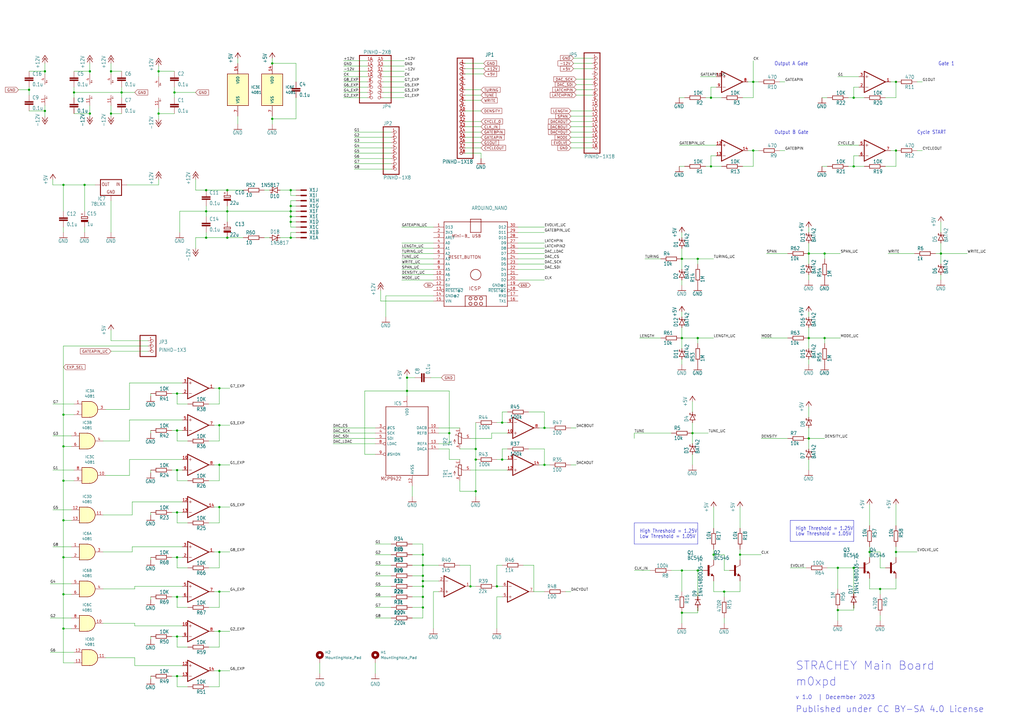
<source format=kicad_sch>
(kicad_sch (version 20230121) (generator eeschema)
  (paper "User" 492.049 349.707)
  (junction (at 30.48 214.63))
  (junction (at 99.06 114.3))
  (junction (at 76.2 54.61))
  (junction (at 410.21 46.99))
  (junction (at 402.59 293.37))
  (junction (at 30.48 285.75))
  (junction (at 85.09 267.97))
  (junction (at 342.9 266.7))
  (junction (at 452.12 121.92))
  (junction (at 35.56 44.45))
  (junction (at 341.63 80.01))
  (junction (at 417.83 265.43))
  (junction (at 76.2 34.29))
  (junction (at 85.09 325.12))
  (junction (at 139.7 91.44))
  (junction (at 347.98 284.48))
  (junction (at 261.62 223.52))
  (junction (at 203.2 271.78))
  (junction (at 130.81 57.15))
  (junction (at 139.7 114.3))
  (junction (at 105.41 284.48))
  (junction (at 30.48 302.26))
  (junction (at 410.21 273.05))
  (junction (at 195.58 187.96))
  (junction (at 40.64 88.9))
  (junction (at 139.7 99.06))
  (junction (at 203.2 287.02))
  (junction (at 228.6 236.22))
  (junction (at 139.7 106.68))
  (junction (at 85.09 226.06))
  (junction (at 105.41 265.43))
  (junction (at 241.3 220.98))
  (junction (at 105.41 303.53))
  (junction (at 422.91 283.21))
  (junction (at 327.66 294.64))
  (junction (at 53.34 34.29))
  (junction (at 355.6 266.7))
  (junction (at 58.42 44.45))
  (junction (at 361.95 39.37))
  (junction (at 396.24 121.92))
  (junction (at 226.06 281.94))
  (junction (at 85.09 189.23))
  (junction (at 228.6 215.9))
  (junction (at 30.48 250.19))
  (junction (at 396.24 162.56))
  (junction (at 430.53 39.37))
  (junction (at 109.22 101.6))
  (junction (at 43.18 54.61))
  (junction (at 43.18 34.29))
  (junction (at 13.97 43.18))
  (junction (at 327.66 124.46))
  (junction (at 21.59 34.29))
  (junction (at 130.81 30.48))
  (junction (at 99.06 101.6))
  (junction (at 99.06 91.44))
  (junction (at 361.95 72.39))
  (junction (at 85.09 287.02))
  (junction (at 402.59 273.05))
  (junction (at 85.09 207.01))
  (junction (at 261.62 205.74))
  (junction (at 430.53 265.43))
  (junction (at 139.7 104.14))
  (junction (at 410.21 80.01))
  (junction (at 105.41 322.58))
  (junction (at 215.9 208.28))
  (junction (at 203.2 266.7))
  (junction (at 203.2 276.86))
  (junction (at 241.3 203.2))
  (junction (at 139.7 101.6))
  (junction (at 30.48 199.39))
  (junction (at 85.09 306.07))
  (junction (at 327.66 274.32))
  (junction (at 105.41 186.69))
  (junction (at 335.28 274.32))
  (junction (at 195.58 181.61))
  (junction (at 203.2 281.94))
  (junction (at 341.63 46.99))
  (junction (at 430.53 72.39))
  (junction (at 105.41 243.84))
  (junction (at 238.76 281.94))
  (junction (at 30.48 88.9))
  (junction (at 388.62 162.56))
  (junction (at 109.22 91.44))
  (junction (at 85.09 246.38))
  (junction (at 228.6 220.98))
  (junction (at 21.59 53.34))
  (junction (at 327.66 162.56))
  (junction (at 335.28 124.46))
  (junction (at 53.34 54.61))
  (junction (at 388.62 121.92))
  (junction (at 30.48 267.97))
  (junction (at 335.28 162.56))
  (junction (at 332.74 208.28))
  (junction (at 109.22 114.3))
  (junction (at 203.2 279.4))
  (junction (at 203.2 292.1))
  (junction (at 105.41 223.52))
  (junction (at 30.48 231.14))
  (junction (at 105.41 204.47))
  (junction (at 388.62 210.82))
  (junction (at 83.82 44.45))
  (wire (pts (xy 275.59 27.94) (xy 284.48 27.94)))
  (wire (pts (xy 21.59 34.29) (xy 21.59 35.56)))
  (wire (pts (xy 71.12 163.83) (xy 53.34 163.83)))
  (wire (pts (xy 25.4 226.06) (xy 35.56 226.06)))
  (wire (pts (xy 388.62 210.82) (xy 396.24 210.82)))
  (wire (pts (xy 63.5 241.3) (xy 87.63 241.3)))
  (wire (pts (xy 203.2 261.62) (xy 198.12 261.62)))
  (wire (pts (xy 21.59 53.34) (xy 21.59 55.88)))
  (wire (pts (xy 109.22 101.6) (xy 109.22 106.68)))
  (wire (pts (xy 238.76 302.26) (xy 238.76 287.02)))
  (wire (pts (xy 377.19 72.39) (xy 374.65 72.39)))
  (wire (pts (xy 417.83 278.13) (xy 417.83 283.21)))
  (wire (pts (xy 226.06 226.06) (xy 243.84 226.06)))
  (wire (pts (xy 276.86 205.74) (xy 274.32 205.74)))
  (wire (pts (xy 182.88 144.78) (xy 182.88 139.7)))
  (wire (pts (xy 396.24 121.92) (xy 403.86 121.92)))
  (wire (pts (xy 328.93 80.01) (xy 326.39 80.01)))
  (wire (pts (xy 440.69 72.39) (xy 443.23 72.39)))
  (wire (pts (xy 53.34 54.61) (xy 53.34 50.8)))
  (wire (pts (xy 210.82 279.4) (xy 203.2 279.4)))
  (wire (pts (xy 361.95 72.39) (xy 364.49 72.39)))
  (wire (pts (xy 361.95 46.99) (xy 361.95 39.37)))
  (wire (pts (xy 105.41 265.43) (xy 102.87 265.43)))
  (wire (pts (xy 452.12 121.92) (xy 452.12 127)))
  (wire (pts (xy 127 114.3) (xy 129.54 114.3)))
  (wire (pts (xy 40.64 88.9) (xy 30.48 88.9)))
  (wire (pts (xy 335.28 127) (xy 335.28 124.46)))
  (wire (pts (xy 342.9 266.7) (xy 342.9 264.16)))
  (wire (pts (xy 342.9 279.4) (xy 342.9 284.48)))
  (wire (pts (xy 377.19 39.37) (xy 374.65 39.37)))
  (wire (pts (xy 317.5 162.56) (xy 307.34 162.56)))
  (wire (pts (xy 62.23 196.85) (xy 62.23 184.15)))
  (wire (pts (xy 139.7 106.68) (xy 139.7 109.22)))
  (wire (pts (xy 388.62 215.9) (xy 388.62 210.82)))
  (wire (pts (xy 208.28 129.54) (xy 193.04 129.54)))
  (wire (pts (xy 261.62 223.52) (xy 259.08 223.52)))
  (wire (pts (xy 85.09 246.38) (xy 87.63 246.38)))
  (wire (pts (xy 165.1 31.75) (xy 176.53 31.75)))
  (wire (pts (xy 223.52 58.42) (xy 231.14 58.42)))
  (wire (pts (xy 165.1 46.99) (xy 176.53 46.99)))
  (wire (pts (xy 452.12 132.08) (xy 452.12 134.62)))
  (wire (pts (xy 238.76 287.02) (xy 241.3 287.02)))
  (wire (pts (xy 109.22 91.44) (xy 99.06 91.44)))
  (wire (pts (xy 64.77 300.99) (xy 87.63 300.99)))
  (wire (pts (xy 76.2 88.9) (xy 76.2 86.36)))
  (wire (pts (xy 76.2 54.61) (xy 76.2 57.15)))
  (wire (pts (xy 412.75 74.93) (xy 410.21 74.93)))
  (wire (pts (xy 410.21 80.01) (xy 407.67 80.01)))
  (wire (pts (xy 30.48 267.97) (xy 30.48 285.75)))
  (wire (pts (xy 40.64 101.6) (xy 40.64 88.9)))
  (wire (pts (xy 153.67 318.77) (xy 153.67 323.85)))
  (wire (pts (xy 87.63 207.01) (xy 85.09 207.01)))
  (wire (pts (xy 105.41 243.84) (xy 110.49 243.84)))
  (wire (pts (xy 215.9 187.96) (xy 195.58 187.96)))
  (wire (pts (xy 85.09 287.02) (xy 82.55 287.02)))
  (wire (pts (xy 322.58 208.28) (xy 304.8 208.28)))
  (wire (pts (xy 25.4 245.11) (xy 34.29 245.11)))
  (wire (pts (xy 327.66 137.16) (xy 327.66 134.62)))
  (wire (pts (xy 410.21 293.37) (xy 410.21 290.83)))
  (wire (pts (xy 187.96 281.94) (xy 180.34 281.94)))
  (wire (pts (xy 50.8 196.85) (xy 62.23 196.85)))
  (wire (pts (xy 248.92 127) (xy 261.62 127)))
  (wire (pts (xy 208.28 132.08) (xy 193.04 132.08)))
  (wire (pts (xy 430.53 265.43) (xy 430.53 262.89)))
  (wire (pts (xy 142.24 96.52) (xy 139.7 96.52)))
  (wire (pts (xy 85.09 306.07) (xy 87.63 306.07)))
  (wire (pts (xy 62.23 184.15) (xy 87.63 184.15)))
  (wire (pts (xy 99.06 99.06) (xy 99.06 101.6)))
  (wire (pts (xy 134.62 114.3) (xy 139.7 114.3)))
  (wire (pts (xy 142.24 91.44) (xy 139.7 91.44)))
  (wire (pts (xy 243.84 203.2) (xy 241.3 203.2)))
  (wire (pts (xy 87.63 287.02) (xy 85.09 287.02)))
  (wire (pts (xy 62.23 201.93) (xy 87.63 201.93)))
  (wire (pts (xy 187.96 66.04) (xy 170.18 66.04)))
  (wire (pts (xy 53.34 158.75) (xy 53.34 163.83)))
  (wire (pts (xy 231.14 73.66) (xy 231.14 76.2)))
  (wire (pts (xy 90.17 212.09) (xy 85.09 212.09)))
  (wire (pts (xy 21.59 50.8) (xy 21.59 53.34)))
  (wire (pts (xy 203.2 271.78) (xy 198.12 271.78)))
  (wire (pts (xy 402.59 298.45) (xy 402.59 293.37)))
  (wire (pts (xy 142.24 101.6) (xy 139.7 101.6)))
  (wire (pts (xy 142.24 111.76) (xy 139.7 111.76)))
  (wire (pts (xy 210.82 213.36) (xy 215.9 213.36)))
  (wire (pts (xy 187.96 276.86) (xy 180.34 276.86)))
  (wire (pts (xy 116.84 114.3) (xy 109.22 114.3)))
  (wire (pts (xy 30.48 285.75) (xy 34.29 285.75)))
  (wire (pts (xy 284.48 55.88) (xy 274.32 55.88)))
  (wire (pts (xy 203.2 276.86) (xy 203.2 271.78)))
  (wire (pts (xy 85.09 246.38) (xy 82.55 246.38)))
  (wire (pts (xy 223.52 63.5) (xy 231.14 63.5)))
  (wire (pts (xy 35.56 44.45) (xy 58.42 44.45)))
  (wire (pts (xy 355.6 269.24) (xy 355.6 266.7)))
  (wire (pts (xy 130.81 57.15) (xy 142.24 57.15)))
  (wire (pts (xy 344.17 74.93) (xy 341.63 74.93)))
  (wire (pts (xy 165.1 34.29) (xy 176.53 34.29)))
  (wire (pts (xy 187.96 271.78) (xy 180.34 271.78)))
  (wire (pts (xy 396.24 165.1) (xy 396.24 162.56)))
  (wire (pts (xy 109.22 114.3) (xy 99.06 114.3)))
  (wire (pts (xy 184.15 39.37) (xy 194.31 39.37)))
  (wire (pts (xy 139.7 96.52) (xy 139.7 99.06)))
  (wire (pts (xy 187.96 287.02) (xy 180.34 287.02)))
  (wire (pts (xy 341.63 74.93) (xy 341.63 80.01)))
  (wire (pts (xy 254 198.12) (xy 261.62 198.12)))
  (wire (pts (xy 452.12 121.92) (xy 464.82 121.92)))
  (wire (pts (xy 35.56 41.91) (xy 35.56 44.45)))
  (wire (pts (xy 203.2 281.94) (xy 203.2 279.4)))
  (wire (pts (xy 274.32 284.48) (xy 271.78 284.48)))
  (wire (pts (xy 256.54 271.78) (xy 251.46 271.78)))
  (wire (pts (xy 30.48 166.37) (xy 71.12 166.37)))
  (wire (pts (xy 210.82 284.48) (xy 208.28 284.48)))
  (wire (pts (xy 226.06 281.94) (xy 226.06 271.78)))
  (wire (pts (xy 361.95 72.39) (xy 359.41 72.39)))
  (wire (pts (xy 335.28 165.1) (xy 335.28 162.56)))
  (wire (pts (xy 361.95 39.37) (xy 361.95 29.21)))
  (wire (pts (xy 142.24 93.98) (xy 139.7 93.98)))
  (wire (pts (xy 220.98 236.22) (xy 228.6 236.22)))
  (wire (pts (xy 93.98 91.44) (xy 93.98 86.36)))
  (wire (pts (xy 72.39 287.02) (xy 72.39 288.29)))
  (wire (pts (xy 105.41 322.58) (xy 110.49 322.58)))
  (wire (pts (xy 35.56 54.61) (xy 43.18 54.61)))
  (wire (pts (xy 105.41 303.53) (xy 102.87 303.53)))
  (wire (pts (xy 284.48 38.1) (xy 276.86 38.1)))
  (wire (pts (xy 284.48 63.5) (xy 274.32 63.5)))
  (wire (pts (xy 379.73 273.05) (xy 387.35 273.05)))
  (wire (pts (xy 417.83 267.97) (xy 417.83 265.43)))
  (wire (pts (xy 72.39 189.23) (xy 72.39 190.5)))
  (wire (pts (xy 139.7 114.3) (xy 142.24 114.3)))
  (wire (pts (xy 344.17 69.85) (xy 326.39 69.85)))
  (wire (pts (xy 34.29 297.18) (xy 24.13 297.18)))
  (wire (pts (xy 402.59 293.37) (xy 410.21 293.37)))
  (wire (pts (xy 72.39 267.97) (xy 72.39 269.24)))
  (wire (pts (xy 223.52 35.56) (xy 232.41 35.56)))
  (wire (pts (xy 248.92 119.38) (xy 261.62 119.38)))
  (wire (pts (xy 342.9 269.24) (xy 342.9 266.7)))
  (wire (pts (xy 208.28 284.48) (xy 208.28 302.26)))
  (wire (pts (xy 187.96 292.1) (xy 180.34 292.1)))
  (wire (pts (xy 100.33 251.46) (xy 105.41 251.46)))
  (wire (pts (xy 248.92 116.84) (xy 261.62 116.84)))
  (wire (pts (xy 430.53 283.21) (xy 430.53 278.13)))
  (wire (pts (xy 64.77 299.72) (xy 64.77 300.99)))
  (wire (pts (xy 25.4 88.9) (xy 25.4 86.36)))
  (wire (pts (xy 109.22 101.6) (xy 139.7 101.6)))
  (wire (pts (xy 256.54 284.48) (xy 256.54 271.78)))
  (wire (pts (xy 210.82 208.28) (xy 215.9 208.28)))
  (wire (pts (xy 332.74 198.12) (xy 332.74 193.04)))
  (wire (pts (xy 24.13 313.69) (xy 35.56 313.69)))
  (wire (pts (xy 165.1 29.21) (xy 176.53 29.21)))
  (wire (pts (xy 215.9 220.98) (xy 220.98 220.98)))
  (wire (pts (xy 187.96 71.12) (xy 170.18 71.12)))
  (wire (pts (xy 85.09 194.31) (xy 85.09 189.23)))
  (wire (pts (xy 72.39 207.01) (xy 72.39 208.28)))
  (wire (pts (xy 100.33 212.09) (xy 105.41 212.09)))
  (wire (pts (xy 223.52 45.72) (xy 231.14 45.72)))
  (wire (pts (xy 105.41 194.31) (xy 105.41 186.69)))
  (wire (pts (xy 220.98 231.14) (xy 220.98 236.22)))
  (wire (pts (xy 261.62 215.9) (xy 261.62 223.52)))
  (wire (pts (xy 58.42 44.45) (xy 64.77 44.45)))
  (wire (pts (xy 72.39 246.38) (xy 72.39 247.65)))
  (wire (pts (xy 327.66 284.48) (xy 327.66 274.32)))
  (wire (pts (xy 355.6 266.7) (xy 355.6 264.16)))
  (wire (pts (xy 90.17 194.31) (xy 85.09 194.31)))
  (polyline (pts (xy 335.28 261.62) (xy 304.8 261.62)))
  (wire (pts (xy 21.59 30.48) (xy 21.59 34.29)))
  (wire (pts (xy 284.48 45.72) (xy 276.86 45.72)))
  (wire (pts (xy 139.7 101.6) (xy 139.7 104.14)))
  (wire (pts (xy 30.48 88.9) (xy 25.4 88.9)))
  (wire (pts (xy 165.1 39.37) (xy 176.53 39.37)))
  (wire (pts (xy 203.2 287.02) (xy 198.12 287.02)))
  (wire (pts (xy 185.42 142.24) (xy 185.42 152.4)))
  (wire (pts (xy 99.06 91.44) (xy 93.98 91.44)))
  (wire (pts (xy 203.2 271.78) (xy 203.2 266.7)))
  (wire (pts (xy 207.01 181.61) (xy 212.09 181.61)))
  (wire (pts (xy 76.2 34.29) (xy 83.82 34.29)))
  (wire (pts (xy 422.91 273.05) (xy 425.45 273.05)))
  (wire (pts (xy 410.21 74.93) (xy 410.21 80.01)))
  (wire (pts (xy 142.24 39.37) (xy 142.24 30.48)))
  (wire (pts (xy 203.2 292.1) (xy 203.2 287.02)))
  (wire (pts (xy 40.64 111.76) (xy 40.64 109.22)))
  (wire (pts (xy 43.18 30.48) (xy 43.18 34.29)))
  (wire (pts (xy 284.48 58.42) (xy 274.32 58.42)))
  (wire (pts (xy 86.36 101.6) (xy 86.36 111.76)))
  (wire (pts (xy 184.15 44.45) (xy 194.31 44.45)))
  (wire (pts (xy 208.28 109.22) (xy 193.04 109.22)))
  (wire (pts (xy 195.58 181.61) (xy 195.58 187.96)))
  (wire (pts (xy 105.41 186.69) (xy 110.49 186.69)))
  (wire (pts (xy 30.48 267.97) (xy 34.29 267.97)))
  (wire (pts (xy 184.15 34.29) (xy 194.31 34.29)))
  (wire (pts (xy 210.82 271.78) (xy 203.2 271.78)))
  (wire (pts (xy 85.09 251.46) (xy 85.09 246.38)))
  (wire (pts (xy 85.09 231.14) (xy 85.09 226.06)))
  (wire (pts (xy 388.62 226.06) (xy 388.62 220.98)))
  (wire (pts (xy 335.28 162.56) (xy 342.9 162.56)))
  (wire (pts (xy 58.42 41.91) (xy 58.42 44.45)))
  (wire (pts (xy 223.52 33.02) (xy 232.41 33.02)))
  (wire (pts (xy 344.17 41.91) (xy 341.63 41.91)))
  (wire (pts (xy 175.26 218.44) (xy 175.26 187.96)))
  (wire (pts (xy 85.09 292.1) (xy 85.09 287.02)))
  (wire (pts (xy 76.2 54.61) (xy 83.82 54.61)))
  (wire (pts (xy 105.41 303.53) (xy 110.49 303.53)))
  (wire (pts (xy 63.5 247.65) (xy 63.5 241.3)))
  (wire (pts (xy 85.09 189.23) (xy 82.55 189.23)))
  (wire (pts (xy 13.97 53.34) (xy 21.59 53.34)))
  (wire (pts (xy 105.41 322.58) (xy 102.87 322.58)))
  (wire (pts (xy 417.83 265.43) (xy 422.91 265.43)))
  (wire (pts (xy 332.74 208.28) (xy 340.36 208.28)))
  (wire (pts (xy 236.22 208.28) (xy 243.84 208.28)))
  (wire (pts (xy 30.48 231.14) (xy 30.48 250.19)))
  (wire (pts (xy 346.71 80.01) (xy 341.63 80.01)))
  (wire (pts (xy 30.48 101.6) (xy 30.48 88.9)))
  (wire (pts (xy 284.48 71.12) (xy 274.32 71.12)))
  (wire (pts (xy 116.84 91.44) (xy 109.22 91.44)))
  (wire (pts (xy 50.8 228.6) (xy 62.23 228.6)))
  (wire (pts (xy 62.23 220.98) (xy 87.63 220.98)))
  (wire (pts (xy 412.75 273.05) (xy 410.21 273.05)))
  (wire (pts (xy 105.41 186.69) (xy 102.87 186.69)))
  (wire (pts (xy 139.7 91.44) (xy 134.62 91.44)))
  (wire (pts (xy 417.83 252.73) (xy 417.83 242.57)))
  (wire (pts (xy 430.53 72.39) (xy 427.99 72.39)))
  (wire (pts (xy 241.3 281.94) (xy 238.76 281.94)))
  (wire (pts (xy 76.2 36.83) (xy 76.2 34.29)))
  (wire (pts (xy 30.48 199.39) (xy 30.48 214.63)))
  (wire (pts (xy 99.06 114.3) (xy 93.98 114.3)))
  (wire (pts (xy 203.2 279.4) (xy 203.2 276.86)))
  (wire (pts (xy 100.33 194.31) (xy 105.41 194.31)))
  (wire (pts (xy 430.53 39.37) (xy 427.99 39.37)))
  (wire (pts (xy 304.8 208.28) (xy 304.8 210.82)))
  (polyline (pts (xy 410.21 250.19) (xy 410.21 260.35)))
  (wire (pts (xy 184.15 29.21) (xy 194.31 29.21)))
  (wire (pts (xy 327.66 162.56) (xy 335.28 162.56)))
  (wire (pts (xy 342.9 284.48) (xy 347.98 284.48)))
  (wire (pts (xy 388.62 134.62) (xy 388.62 132.08)))
  (wire (pts (xy 276.86 223.52) (xy 274.32 223.52)))
  (wire (pts (xy 422.91 283.21) (xy 430.53 283.21)))
  (wire (pts (xy 396.24 124.46) (xy 396.24 121.92)))
  (wire (pts (xy 105.41 311.15) (xy 105.41 303.53)))
  (wire (pts (xy 449.58 121.92) (xy 452.12 121.92)))
  (polyline (pts (xy 379.73 260.35) (xy 379.73 250.19)))
  (wire (pts (xy 109.22 99.06) (xy 109.22 101.6)))
  (wire (pts (xy 355.6 254) (xy 355.6 243.84)))
  (wire (pts (xy 355.6 266.7) (xy 365.76 266.7)))
  (wire (pts (xy 402.59 273.05) (xy 397.51 273.05)))
  (wire (pts (xy 388.62 111.76) (xy 388.62 109.22)))
  (wire (pts (xy 327.66 152.4) (xy 327.66 149.86)))
  (wire (pts (xy 72.39 226.06) (xy 72.39 227.33)))
  (wire (pts (xy 223.52 43.18) (xy 231.14 43.18)))
  (wire (pts (xy 243.84 220.98) (xy 241.3 220.98)))
  (wire (pts (xy 361.95 80.01) (xy 361.95 72.39)))
  (wire (pts (xy 64.77 320.04) (xy 87.63 320.04)))
  (wire (pts (xy 203.2 281.94) (xy 198.12 281.94)))
  (wire (pts (xy 284.48 40.64) (xy 276.86 40.64)))
  (wire (pts (xy 30.48 250.19) (xy 30.48 267.97)))
  (wire (pts (xy 378.46 162.56) (xy 365.76 162.56)))
  (wire (pts (xy 347.98 284.48) (xy 355.6 284.48)))
  (wire (pts (xy 241.3 220.98) (xy 238.76 220.98)))
  (wire (pts (xy 378.46 121.92) (xy 368.3 121.92)))
  (wire (pts (xy 165.1 41.91) (xy 176.53 41.91)))
  (wire (pts (xy 105.41 231.14) (xy 105.41 223.52)))
  (wire (pts (xy 440.69 39.37) (xy 443.23 39.37)))
  (wire (pts (xy 364.49 39.37) (xy 361.95 39.37)))
  (wire (pts (xy 388.62 127) (xy 388.62 121.92)))
  (wire (pts (xy 100.33 273.05) (xy 105.41 273.05)))
  (wire (pts (xy 30.48 214.63) (xy 34.29 214.63)))
  (wire (pts (xy 203.2 266.7) (xy 203.2 261.62)))
  (wire (pts (xy 223.52 68.58) (xy 231.14 68.58)))
  (wire (pts (xy 327.66 129.54) (xy 327.66 124.46)))
  (wire (pts (xy 49.53 265.43) (xy 63.5 265.43)))
  (wire (pts (xy 203.2 287.02) (xy 203.2 281.94)))
  (wire (pts (xy 261.62 205.74) (xy 264.16 205.74)))
  (wire (pts (xy 64.77 281.94) (xy 87.63 281.94)))
  (wire (pts (xy 407.67 46.99) (xy 410.21 46.99)))
  (wire (pts (xy 180.34 318.77) (xy 180.34 323.85)))
  (wire (pts (xy 72.39 306.07) (xy 72.39 307.34)))
  (wire (pts (xy 180.34 213.36) (xy 160.02 213.36)))
  (wire (pts (xy 223.52 48.26) (xy 231.14 48.26)))
  (wire (pts (xy 180.34 208.28) (xy 160.02 208.28)))
  (wire (pts (xy 261.62 198.12) (xy 261.62 205.74)))
  (wire (pts (xy 284.48 53.34) (xy 274.32 53.34)))
  (wire (pts (xy 90.17 273.05) (xy 85.09 273.05)))
  (wire (pts (xy 223.52 66.04) (xy 231.14 66.04)))
  (wire (pts (xy 430.53 267.97) (xy 430.53 265.43)))
  (wire (pts (xy 195.58 190.5) (xy 195.58 187.96)))
  (wire (pts (xy 76.2 34.29) (xy 76.2 31.75)))
  (wire (pts (xy 130.81 55.88) (xy 130.81 57.15)))
  (wire (pts (xy 85.09 306.07) (xy 82.55 306.07)))
  (wire (pts (xy 139.7 99.06) (xy 139.7 101.6)))
  (wire (pts (xy 114.3 55.88) (xy 114.3 59.69)))
  (wire (pts (xy 208.28 127) (xy 193.04 127)))
  (wire (pts (xy 422.91 265.43) (xy 422.91 273.05)))
  (wire (pts (xy 328.93 46.99) (xy 326.39 46.99)))
  (wire (pts (xy 215.9 213.36) (xy 215.9 208.28)))
  (wire (pts (xy 83.82 44.45) (xy 83.82 46.99)))
  (wire (pts (xy 13.97 43.18) (xy 13.97 45.72)))
  (wire (pts (xy 228.6 203.2) (xy 228.6 215.9)))
  (wire (pts (xy 208.28 142.24) (xy 185.42 142.24)))
  (wire (pts (xy 388.62 121.92) (xy 388.62 116.84)))
  (wire (pts (xy 8.89 43.18) (xy 13.97 43.18)))
  (wire (pts (xy 410.21 46.99) (xy 415.29 46.99)))
  (wire (pts (xy 180.34 218.44) (xy 175.26 218.44)))
  (wire (pts (xy 335.28 124.46) (xy 342.9 124.46)))
  (wire (pts (xy 412.75 41.91) (xy 410.21 41.91)))
  (wire (pts (xy 114.3 27.94) (xy 114.3 30.48)))
  (wire (pts (xy 35.56 34.29) (xy 43.18 34.29)))
  (wire (pts (xy 430.53 46.99) (xy 430.53 39.37)))
  (wire (pts (xy 85.09 212.09) (xy 85.09 207.01)))
  (wire (pts (xy 142.24 106.68) (xy 139.7 106.68)))
  (wire (pts (xy 62.23 212.09) (xy 62.23 201.93)))
  (wire (pts (xy 415.29 80.01) (xy 410.21 80.01)))
  (wire (pts (xy 187.96 73.66) (xy 170.18 73.66)))
  (wire (pts (xy 284.48 60.96) (xy 274.32 60.96)))
  (wire (pts (xy 43.18 34.29) (xy 43.18 35.56)))
  (wire (pts (xy 180.34 210.82) (xy 160.02 210.82)))
  (wire (pts (xy 142.24 99.06) (xy 139.7 99.06)))
  (wire (pts (xy 248.92 111.76) (xy 261.62 111.76)))
  (wire (pts (xy 24.13 280.67) (xy 34.29 280.67)))
  (wire (pts (xy 417.83 265.43) (xy 417.83 262.89)))
  (wire (pts (xy 105.41 223.52) (xy 102.87 223.52)))
  (wire (pts (xy 342.9 254) (xy 342.9 243.84)))
  (wire (pts (xy 53.34 54.61) (xy 58.42 54.61)))
  (wire (pts (xy 105.41 284.48) (xy 110.49 284.48)))
  (wire (pts (xy 43.18 54.61) (xy 43.18 55.88)))
  (wire (pts (xy 105.41 204.47) (xy 102.87 204.47)))
  (wire (pts (xy 30.48 285.75) (xy 30.48 302.26)))
  (wire (pts (xy 72.39 325.12) (xy 72.39 326.39)))
  (wire (pts (xy 337.82 274.32) (xy 335.28 274.32)))
  (wire (pts (xy 83.82 44.45) (xy 93.98 44.45)))
  (wire (pts (xy 105.41 284.48) (xy 102.87 284.48)))
  (wire (pts (xy 129.54 91.44) (xy 127 91.44)))
  (wire (pts (xy 347.98 266.7) (xy 347.98 274.32)))
  (wire (pts (xy 228.6 220.98) (xy 228.6 236.22)))
  (wire (pts (xy 223.52 60.96) (xy 231.14 60.96)))
  (wire (pts (xy 105.41 330.2) (xy 105.41 322.58)))
  (wire (pts (xy 100.33 330.2) (xy 105.41 330.2)))
  (wire (pts (xy 30.48 302.26) (xy 34.29 302.26)))
  (wire (pts (xy 341.63 80.01) (xy 339.09 80.01)))
  (wire (pts (xy 187.96 297.18) (xy 180.34 297.18)))
  (wire (pts (xy 327.66 299.72) (xy 327.66 294.64)))
  (wire (pts (xy 49.53 247.65) (xy 63.5 247.65)))
  (wire (pts (xy 327.66 124.46) (xy 327.66 119.38)))
  (wire (pts (xy 187.96 63.5) (xy 170.18 63.5)))
  (wire (pts (xy 332.74 223.52) (xy 332.74 218.44)))
  (wire (pts (xy 130.81 30.48) (xy 142.24 30.48)))
  (wire (pts (xy 346.71 46.99) (xy 341.63 46.99)))
  (wire (pts (xy 99.06 114.3) (xy 99.06 111.76)))
  (wire (pts (xy 275.59 30.48) (xy 284.48 30.48)))
  (wire (pts (xy 90.17 251.46) (xy 85.09 251.46)))
  (wire (pts (xy 30.48 214.63) (xy 30.48 231.14)))
  (polyline (pts (xy 304.8 261.62) (xy 304.8 251.46)))
  (wire (pts (xy 241.3 203.2) (xy 238.76 203.2)))
  (wire (pts (xy 85.09 330.2) (xy 85.09 325.12)))
  (wire (pts (xy 13.97 41.91) (xy 13.97 43.18)))
  (wire (pts (xy 208.28 134.62) (xy 193.04 134.62)))
  (wire (pts (xy 139.7 111.76) (xy 139.7 114.3)))
  (wire (pts (xy 30.48 231.14) (xy 35.56 231.14)))
  (wire (pts (xy 332.74 208.28) (xy 332.74 203.2)))
  (wire (pts (xy 142.24 104.14) (xy 139.7 104.14)))
  (polyline (pts (xy 335.28 251.46) (xy 335.28 261.62)))
  (wire (pts (xy 30.48 250.19) (xy 34.29 250.19)))
  (wire (pts (xy 243.84 215.9) (xy 241.3 215.9)))
  (wire (pts (xy 187.96 68.58) (xy 170.18 68.58)))
  (wire (pts (xy 425.45 46.99) (xy 430.53 46.99)))
  (wire (pts (xy 105.41 251.46) (xy 105.41 243.84)))
  (polyline (pts (xy 304.8 251.46) (xy 335.28 251.46)))
  (wire (pts (xy 43.18 50.8) (xy 43.18 54.61)))
  (wire (pts (xy 85.09 267.97) (xy 82.55 267.97)))
  (wire (pts (xy 87.63 226.06) (xy 85.09 226.06)))
  (wire (pts (xy 412.75 36.83) (xy 402.59 36.83)))
  (wire (pts (xy 100.33 231.14) (xy 105.41 231.14)))
  (wire (pts (xy 105.41 204.47) (xy 110.49 204.47)))
  (wire (pts (xy 284.48 43.18) (xy 276.86 43.18)))
  (wire (pts (xy 226.06 271.78) (xy 220.98 271.78)))
  (wire (pts (xy 203.2 292.1) (xy 198.12 292.1)))
  (wire (pts (xy 220.98 215.9) (xy 228.6 215.9)))
  (wire (pts (xy 187.96 261.62) (xy 180.34 261.62)))
  (wire (pts (xy 63.5 262.89) (xy 87.63 262.89)))
  (wire (pts (xy 388.62 162.56) (xy 388.62 157.48)))
  (wire (pts (xy 223.52 53.34) (xy 231.14 53.34)))
  (wire (pts (xy 327.66 114.3) (xy 327.66 111.76)))
  (wire (pts (xy 241.3 215.9) (xy 241.3 220.98)))
  (wire (pts (xy 410.21 285.75) (xy 410.21 273.05)))
  (wire (pts (xy 347.98 274.32) (xy 350.52 274.32)))
  (wire (pts (xy 85.09 325.12) (xy 82.55 325.12)))
  (wire (pts (xy 90.17 231.14) (xy 85.09 231.14)))
  (wire (pts (xy 90.17 292.1) (xy 85.09 292.1)))
  (wire (pts (xy 422.91 298.45) (xy 422.91 295.91)))
  (wire (pts (xy 175.26 187.96) (xy 195.58 187.96)))
  (wire (pts (xy 248.92 109.22) (xy 261.62 109.22)))
  (wire (pts (xy 139.7 104.14) (xy 139.7 106.68)))
  (wire (pts (xy 100.33 292.1) (xy 105.41 292.1)))
  (wire (pts (xy 388.62 162.56) (xy 396.24 162.56)))
  (polyline (pts (xy 410.21 260.35) (xy 379.73 260.35)))
  (wire (pts (xy 203.2 276.86) (xy 198.12 276.86)))
  (wire (pts (xy 93.98 114.3) (xy 93.98 119.38)))
  (wire (pts (xy 430.53 265.43) (xy 440.69 265.43)))
  (wire (pts (xy 226.06 210.82) (xy 236.22 210.82)))
  (wire (pts (xy 215.9 215.9) (xy 215.9 220.98)))
  (wire (pts (xy 335.28 294.64) (xy 335.28 292.1)))
  (wire (pts (xy 184.15 46.99) (xy 194.31 46.99)))
  (wire (pts (xy 87.63 325.12) (xy 85.09 325.12)))
  (wire (pts (xy 53.34 34.29) (xy 58.42 34.29)))
  (wire (pts (xy 327.66 162.56) (xy 327.66 157.48)))
  (wire (pts (xy 90.17 330.2) (xy 85.09 330.2)))
  (wire (pts (xy 25.4 262.89) (xy 34.29 262.89)))
  (wire (pts (xy 388.62 121.92) (xy 396.24 121.92)))
  (wire (pts (xy 76.2 52.07) (xy 76.2 54.61)))
  (wire (pts (xy 139.7 109.22) (xy 142.24 109.22)))
  (wire (pts (xy 184.15 41.91) (xy 194.31 41.91)))
  (wire (pts (xy 327.66 124.46) (xy 335.28 124.46)))
  (wire (pts (xy 341.63 41.91) (xy 341.63 46.99)))
  (wire (pts (xy 347.98 287.02) (xy 347.98 284.48)))
  (wire (pts (xy 241.3 203.2) (xy 241.3 198.12)))
  (wire (pts (xy 208.28 119.38) (xy 193.04 119.38)))
  (wire (pts (xy 452.12 116.84) (xy 452.12 121.92)))
  (wire (pts (xy 195.58 181.61) (xy 199.39 181.61)))
  (wire (pts (xy 130.81 27.94) (xy 130.81 30.48)))
  (wire (pts (xy 85.09 273.05) (xy 85.09 267.97)))
  (wire (pts (xy 105.41 243.84) (xy 102.87 243.84)))
  (wire (pts (xy 238.76 271.78) (xy 238.76 281.94)))
  (wire (pts (xy 105.41 292.1) (xy 105.41 284.48)))
  (wire (pts (xy 347.98 299.72) (xy 347.98 297.18)))
  (wire (pts (xy 361.95 80.01) (xy 356.87 80.01)))
  (wire (pts (xy 344.17 36.83) (xy 336.55 36.83)))
  (wire (pts (xy 378.46 210.82) (xy 365.76 210.82)))
  (wire (pts (xy 208.28 144.78) (xy 182.88 144.78)))
  (wire (pts (xy 208.28 124.46) (xy 193.04 124.46)))
  (wire (pts (xy 60.96 88.9) (xy 76.2 88.9)))
  (wire (pts (xy 184.15 31.75) (xy 194.31 31.75)))
  (wire (pts (xy 355.6 284.48) (xy 355.6 279.4)))
  (wire (pts (xy 25.4 194.31) (xy 35.56 194.31)))
  (wire (pts (xy 417.83 283.21) (xy 422.91 283.21)))
  (wire (pts (xy 327.66 274.32) (xy 322.58 274.32)))
  (wire (pts (xy 53.34 111.76) (xy 53.34 96.52)))
  (wire (pts (xy 105.41 273.05) (xy 105.41 265.43)))
  (wire (pts (xy 241.3 271.78) (xy 238.76 271.78)))
  (wire (pts (xy 397.51 80.01) (xy 394.97 80.01)))
  (wire (pts (xy 361.95 39.37) (xy 359.41 39.37)))
  (wire (pts (xy 130.81 57.15) (xy 130.81 59.69)))
  (wire (pts (xy 165.1 36.83) (xy 176.53 36.83)))
  (wire (pts (xy 394.97 46.99) (xy 397.51 46.99)))
  (wire (pts (xy 275.59 33.02) (xy 284.48 33.02)))
  (wire (pts (xy 248.92 129.54) (xy 261.62 129.54)))
  (wire (pts (xy 13.97 34.29) (xy 21.59 34.29)))
  (wire (pts (xy 90.17 311.15) (xy 85.09 311.15)))
  (wire (pts (xy 284.48 68.58) (xy 274.32 68.58)))
  (wire (pts (xy 25.4 209.55) (xy 34.29 209.55)))
  (wire (pts (xy 223.52 73.66) (xy 231.14 73.66)))
  (wire (pts (xy 35.56 318.77) (xy 30.48 318.77)))
  (wire (pts (xy 64.77 316.23) (xy 64.77 320.04)))
  (wire (pts (xy 215.9 208.28) (xy 215.9 187.96)))
  (wire (pts (xy 248.92 124.46) (xy 261.62 124.46)))
  (wire (pts (xy 410.21 41.91) (xy 410.21 46.99)))
  (wire (pts (xy 49.53 212.09) (xy 62.23 212.09)))
  (wire (pts (xy 228.6 281.94) (xy 226.06 281.94)))
  (wire (pts (xy 388.62 152.4) (xy 388.62 149.86)))
  (wire (pts (xy 208.28 121.92) (xy 193.04 121.92)))
  (wire (pts (xy 402.59 283.21) (xy 402.59 273.05)))
  (wire (pts (xy 50.8 316.23) (xy 64.77 316.23)))
  (wire (pts (xy 284.48 66.04) (xy 274.32 66.04)))
  (wire (pts (xy 85.09 207.01) (xy 82.55 207.01)))
  (wire (pts (xy 49.53 299.72) (xy 64.77 299.72)))
  (wire (pts (xy 335.28 287.02) (xy 335.28 274.32)))
  (wire (pts (xy 87.63 267.97) (xy 85.09 267.97)))
  (wire (pts (xy 105.41 265.43) (xy 110.49 265.43)))
  (wire (pts (xy 317.5 124.46) (xy 309.88 124.46)))
  (wire (pts (xy 439.42 121.92) (xy 426.72 121.92)))
  (wire (pts (xy 430.53 252.73) (xy 430.53 242.57)))
  (wire (pts (xy 105.41 223.52) (xy 110.49 223.52)))
  (wire (pts (xy 198.12 297.18) (xy 203.2 297.18)))
  (wire (pts (xy 261.62 205.74) (xy 259.08 205.74)))
  (wire (pts (xy 223.52 30.48) (xy 232.41 30.48)))
  (wire (pts (xy 53.34 30.48) (xy 53.34 34.29)))
  (wire (pts (xy 430.53 80.01) (xy 425.45 80.01)))
  (wire (pts (xy 208.28 116.84) (xy 193.04 116.84)))
  (wire (pts (xy 30.48 166.37) (xy 30.48 199.39)))
  (wire (pts (xy 361.95 46.99) (xy 356.87 46.99)))
  (wire (pts (xy 49.53 283.21) (xy 64.77 283.21)))
  (wire (pts (xy 99.06 101.6) (xy 99.06 104.14)))
  (wire (pts (xy 63.5 265.43) (xy 63.5 262.89)))
  (wire (pts (xy 248.92 134.62) (xy 261.62 134.62)))
  (wire (pts (xy 187.96 78.74) (xy 170.18 78.74)))
  (wire (pts (xy 341.63 46.99) (xy 339.09 46.99)))
  (wire (pts (xy 254 215.9) (xy 261.62 215.9)))
  (wire (pts (xy 100.33 311.15) (xy 105.41 311.15)))
  (wire (pts (xy 210.82 205.74) (xy 220.98 205.74)))
  (wire (pts (xy 30.48 199.39) (xy 35.56 199.39)))
  (wire (pts (xy 210.82 215.9) (xy 215.9 215.9)))
  (wire (pts (xy 105.41 212.09) (xy 105.41 204.47)))
  (wire (pts (xy 187.96 76.2) (xy 170.18 76.2)))
  (wire (pts (xy 87.63 189.23) (xy 85.09 189.23)))
  (wire (pts (xy 180.34 205.74) (xy 160.02 205.74)))
  (wire (pts (xy 187.96 81.28) (xy 170.18 81.28)))
  (wire (pts (xy 327.66 294.64) (xy 335.28 294.64)))
  (wire (pts (xy 261.62 284.48) (xy 256.54 284.48)))
  (polyline (pts (xy 379.73 250.19) (xy 410.21 250.19)))
  (wire (pts (xy 203.2 297.18) (xy 203.2 292.1)))
  (wire (pts (xy 430.53 80.01) (xy 430.53 72.39)))
  (wire (pts (xy 410.21 273.05) (xy 402.59 273.05)))
  (wire (pts (xy 223.52 71.12) (xy 231.14 71.12)))
  (wire (pts (xy 187.96 266.7) (xy 180.34 266.7)))
  (wire (pts (xy 165.1 44.45) (xy 176.53 44.45)))
  (wire (pts (xy 85.09 311.15) (xy 85.09 306.07)))
  (wire (pts (xy 241.3 198.12) (xy 243.84 198.12)))
  (wire (pts (xy 30.48 302.26) (xy 30.48 318.77)))
  (wire (pts (xy 422.91 285.75) (xy 422.91 283.21)))
  (wire (pts (xy 396.24 162.56) (xy 403.86 162.56)))
  (wire (pts (xy 83.82 41.91) (xy 83.82 44.45)))
  (wire (pts (xy 388.62 210.82) (xy 388.62 205.74)))
  (wire (pts (xy 228.6 215.9) (xy 228.6 220.98)))
  (wire (pts (xy 452.12 106.68) (xy 452.12 111.76)))
  (wire (pts (xy 335.28 274.32) (xy 327.66 274.32)))
  (wire (pts (xy 412.75 69.85) (xy 402.59 69.85)))
  (wire (pts (xy 45.72 88.9) (xy 40.64 88.9)))
  (wire (pts (xy 58.42 44.45) (xy 58.42 46.99)))
  (wire (pts (xy 30.48 111.76) (xy 30.48 109.22)))
  (wire (pts (xy 304.8 274.32) (xy 312.42 274.32)))
  (wire (pts (xy 184.15 36.83) (xy 194.31 36.83)))
  (wire (pts (xy 388.62 200.66) (xy 388.62 195.58)))
  (wire (pts (xy 342.9 266.7) (xy 347.98 266.7)))
  (wire (pts (xy 327.66 167.64) (xy 327.66 162.56)))
  (wire (pts (xy 236.22 210.82) (xy 236.22 208.28)))
  (wire (pts (xy 195.58 180.34) (xy 195.58 181.61)))
  (wire (pts (xy 203.2 266.7) (xy 198.12 266.7)))
  (wire (pts (xy 248.92 121.92) (xy 261.62 121.92)))
  (wire (pts (xy 261.62 223.52) (xy 264.16 223.52)))
  (wire (pts (xy 53.34 55.88) (xy 53.34 54.61)))
  (wire (pts (xy 62.23 228.6) (xy 62.23 220.98)))
  (wire (pts (xy 388.62 175.26) (xy 388.62 172.72)))
  (wire (pts (xy 64.77 283.21) (xy 64.77 281.94)))
  (wire (pts (xy 99.06 101.6) (xy 86.36 101.6)))
  (wire (pts (xy 53.34 34.29) (xy 53.34 35.56)))
  (wire (pts (xy 332.74 213.36) (xy 332.74 208.28)))
  (wire (pts (xy 139.7 93.98) (xy 139.7 91.44)))
  (wire (pts (xy 198.12 238.76) (xy 198.12 233.68)))
  (wire (pts (xy 327.66 175.26) (xy 327.66 172.72)))
  (wire (pts (xy 35.56 44.45) (xy 35.56 46.99)))
  (wire (pts (xy 109.22 101.6) (xy 99.06 101.6)))
  (wire (pts (xy 388.62 167.64) (xy 388.62 162.56)))
  (wire (pts (xy 228.6 236.22) (xy 228.6 238.76)))
  (wire (pts (xy 53.34 168.91) (xy 71.12 168.91)))
  (wire (pts (xy 85.09 226.06) (xy 82.55 226.06)))
  (wire (pts (xy 142.24 46.99) (xy 142.24 57.15)))
  (text "v 1.0  | December 2023" (at 382.27 336.55 0) (effects (font (size 2 2)) (justify left bottom)))
  (text "Gate 1" (at 450.85 31.75 0) (effects (font (size 1.778 1.5113)) (justify left bottom)))
  (text "m0xpd" (at 382.27 330.2 0) (effects (font (size 4 4)) (justify left bottom)))
  (text "STRACHEY Main Board" (at 382.27 322.58 0) (effects (font (size 4 4)) (justify left bottom)))
  (text "Published under CC BY-SA 4.0 License" (at 382.27 342.9 0) (effects (font (size 3 3)) (justify left bottom)))
  (text "Low Threshold = 1.05V" (at 382.27 257.81 0) (effects (font (size 1.778 1.5113)) (justify left bottom)))
  (text "High Threshold = 1.25V" (at 382.27 255.27 0) (effects (font (size 1.778 1.5113)) (justify left bottom)))
  (text "High Threshold = 1.25V" (at 307.34 256.54 0) (effects (font (size 1.778 1.5113)) (justify left bottom)))
  (text "Output B Gate" (at 372.11 64.77 0) (effects (font (size 1.778 1.5113)) (justify left bottom)))
  (text "Output A Gate" (at 372.11 31.75 0) (effects (font (size 1.778 1.5113)) (justify left bottom)))
  (text "Cycle START" (at 440.69 64.77 0) (effects (font (size 1.778 1.5113)) (justify left bottom)))
  (text "Low Threshold = 1.05V" (at 307.34 259.08 0) (effects (font (size 1.778 1.5113)) (justify left bottom)))
  (label "G4_EXP" (at 110.49 284.48 0) (effects (font (size 1.2446 1.2446))))
  (label "G1_EXP" (at 194.31 46.99 0) (effects (font (size 1.2446 1.2446))))
  (label "G3_EXP" (at 194.31 44.45 0) (effects (font (size 1.2446 1.2446))))
  (label "G4" (at 24.13 280.67 0) (effects (font (size 1.2446 1.2446))))
  (label "G6" (at 24.13 313.69 0) (effects (font (size 1.2446 1.2446))))
  (label "LATCHPIN" (at 261.62 116.84 0) (effects (font (size 1.2446 1.2446))))
  (label "CLK_IN" (at 304.8 274.32 0) (effects (font (size 1.2446 1.2446))))
  (label "WRITE_UC" (at 193.04 127 0) (effects (font (size 1.2446 1.2446))))
  (label "G4_EXP" (at 165.1 44.45 0) (effects (font (size 1.2446 1.2446))))
  (label "LENGTH" (at 307.34 162.56 0) (effects (font (size 1.2446 1.2446))))
  (label "DAC_LDAC" (at 261.62 121.92 0) (effects (font (size 1.2446 1.2446))))
  (label "G5_EXP" (at 110.49 243.84 0) (effects (font (size 1.2446 1.2446))))
  (label "LENGTH_UC" (at 193.04 119.38 0) (effects (font (size 1.2446 1.2446))))
  (label "DAC_SDI" (at 160.02 210.82 0) (effects (font (size 1.2446 1.2446))))
  (label "DENSITY_UC" (at 193.04 132.08 0) (effects (font (size 1.2446 1.2446))))
  (label "SPAN" (at 368.3 121.92 0) (effects (font (size 1.2446 1.2446))))
  (label "G6_EXP" (at 165.1 41.91 0) (effects (font (size 1.2446 1.2446))))
  (label "DACBOUT" (at 276.86 205.74 0) (effects (font (size 1.2446 1.2446))))
  (label "GND" (at 165.1 31.75 0) (effects (font (size 1.2446 1.2446))))
  (label "CYCLEOUT" (at 443.23 72.39 0) (effects (font (size 1.2446 1.2446))))
  (label "EVOLVE_UC" (at 440.69 265.43 0) (effects (font (size 1.2446 1.2446))))
  (label "GATEBPIN" (at 377.19 72.39 0) (effects (font (size 1.2446 1.2446))))
  (label "WRITE" (at 426.72 121.92 0) (effects (font (size 1.2446 1.2446))))
  (label "G2" (at 180.34 266.7 0) (effects (font (size 1.2446 1.2446))))
  (label "DACAOUT" (at 276.86 223.52 0) (effects (font (size 1.2446 1.2446))))
  (label "G5_EXP" (at 194.31 41.91 0) (effects (font (size 1.2446 1.2446))))
  (label "G3" (at 170.18 68.58 0) (effects (font (size 1.2446 1.2446))))
  (label "DAC_CS" (at 160.02 205.74 0) (effects (font (size 1.2446 1.2446))))
  (label "G8" (at 180.34 297.18 0) (effects (font (size 1.2446 1.2446))))
  (label "EVOLVE" (at 379.73 273.05 0) (effects (font (size 1.2446 1.2446))))
  (label "TUNE" (at 304.8 208.28 0) (effects (font (size 1.2446 1.2446))))
  (label "G1" (at 25.4 226.06 0) (effects (font (size 1.2446 1.2446))))
  (label "G5" (at 170.18 73.66 0) (effects (font (size 1.2446 1.2446))))
  (label "G6_EXP" (at 110.49 322.58 0) (effects (font (size 1.2446 1.2446))))
  (label "G1" (at 180.34 261.62 0) (effects (font (size 1.2446 1.2446))))
  (label "GATEAPIN_UC" (at 336.55 36.83 0) (effects (font (size 1.2446 1.2446))))
  (label "G4" (at 180.34 276.86 0) (effects (font (size 1.2446 1.2446))))
  (label "LATCHPIN2" (at 261.62 119.38 0) (effects (font (size 1.2446 1.2446))))
  (label "TURING_UC" (at 193.04 121.92 0) (effects (font (size 1.2446 1.2446))))
  (label "GATEBPIN_UC" (at 326.39 69.85 0) (effects (font (size 1.2446 1.2446))))
  (label "CLK" (at 261.62 134.62 0) (effects (font (size 1.2446 1.2446))))
  (label "MODE_UC" (at 193.04 134.62 0) (effects (font (size 1.2446 1.2446))))
  (label "LENGTH_UC" (at 342.9 162.56 0) (effects (font (size 1.2446 1.2446))))
  (label "GND" (at 194.31 31.75 0) (effects (font (size 1.2446 1.2446))))
  (label "GATEAPIN_UC" (at 193.04 109.22 0) (effects (font (size 1.2446 1.2446))))
  (label "G1" (at 170.18 63.5 0) (effects (font (size 1.2446 1.2446))))
  (label "G7" (at 25.4 194.31 0) (effects (font (size 1.2446 1.2446))))
  (label "+12V" (at 194.31 29.21 0) (effects (font (size 1.2446 1.2446))))
  (label "TUNE_UC" (at 340.36 208.28 0) (effects (font (size 1.2446 1.2446))))
  (label "CYCLE_0" (at 402.59 69.85 0) (effects (font (size 1.2446 1.2446))))
  (label "G7" (at 180.34 292.1 0) (effects (font (size 1.2446 1.2446))))
  (label "DAC_LDAC" (at 160.02 213.36 0) (effects (font (size 1.2446 1.2446))))
  (label "DAC_SCK" (at 160.02 208.28 0) (effects (font (size 1.2446 1.2446))))
  (label "TUNE_UC" (at 193.04 124.46 0) (effects (font (size 1.2446 1.2446))))
  (label "-12V" (at 165.1 34.29 0) (effects (font (size 1.2446 1.2446))))
  (label "-12V" (at 194.31 34.29 0) (effects (font (size 1.2446 1.2446))))
  (label "CK" (at 361.95 29.21 0) (effects (font (size 1.2446 1.2446))))
  (label "G2_EXP" (at 165.1 46.99 0) (effects (font (size 1.2446 1.2446))))
  (label "EVOLVE_UC" (at 261.62 109.22 0) (effects (font (size 1.2446 1.2446))))
  (label "DAC_SCK" (at 261.62 127 0) (effects (font (size 1.2446 1.2446))))
  (label "DACYOUT" (at 274.32 284.48 0) (effects (font (size 1.2446 1.2446))))
  (label "CK" (at 165.1 36.83 0) (effects (font (size 1.2446 1.2446))))
  (label "G6" (at 180.34 287.02 0) (effects (font (size 1.2446 1.2446))))
  (label "G4" (at 170.18 71.12 0) (effects (font (size 1.2446 1.2446))))
  (label "G3_EXP" (at 110.49 204.47 0) (effects (font (size 1.2446 1.2446))))
  (label "TURING_UC" (at 342.9 124.46 0) (effects (font (size 1.2446 1.2446))))
  (label "DAC_SDI" (at 261.62 129.54 0) (effects (font (size 1.2446 1.2446))))
  (label "CLK" (at 365.76 266.7 0) (effects (font (size 1.2446 1.2446))))
  (label "G7" (at 170.18 78.74 0) (effects (font (size 1.2446 1.2446))))
  (label "G3" (at 180.34 271.78 0) (effects (font (size 1.2446 1.2446))))
  (label "G3" (at 25.4 209.55 0) (effects (font (size 1.2446 1.2446))))
  (label "G8" (at 25.4 262.89 0) (effects (font (size 1.2446 1.2446))))
  (label "G2" (at 170.18 66.04 0) (effects (font (size 1.2446 1.2446))))
  (label "GATEAPIN" (at 377.19 39.37 0) (effects (font (size 1.2446 1.2446))))
  (label "TURING" (at 309.88 124.46 0) (effects (font (size 1.2446 1.2446))))
  (label "SPAN_UC" (at 403.86 121.92 0) (effects (font (size 1.2446 1.2446))))
  (label "DAC_CS" (at 261.62 124.46 0) (effects (font (size 1.2446 1.2446))))
  (label "WRITE_UC" (at 464.82 121.92 0) (effects (font (size 1.2446 1.2446))))
  (label "+12V" (at 165.1 29.21 0) (effects (font (size 1.2446 1.2446))))
  (label "DENSITY" (at 365.76 210.82 0) (effects (font (size 1.2446 1.2446))))
  (label "G8_EXP" (at 165.1 39.37 0) (effects (font (size 1.2446 1.2446))))
  (label "G7_EXP" (at 110.49 186.69 0) (effects (font (size 1.2446 1.2446))))
  (label "G5" (at 25.4 245.11 0) (effects (font (size 1.2446 1.2446))))
  (label "G7_EXP" (at 194.31 39.37 0) (effects (font (size 1.2446 1.2446))))
  (label "G6" (at 170.18 76.2 0) (effects (font (size 1.2446 1.2446))))
  (label "G8_EXP" (at 110.49 265.43 0) (effects (font (size 1.2446 1.2446))))
  (label "G2_EXP" (at 110.49 303.53 0) (effects (font (size 1.2446 1.2446))))
  (label "G1_EXP" (at 110.49 223.52 0) (effects (font (size 1.2446 1.2446))))
  (label "G5" (at 180.34 281.94 0) (effects (font (size 1.2446 1.2446))))
  (label "G8" (at 170.18 81.28 0) (effects (font (size 1.2446 1.2446))))
  (label "G1" (at 402.59 36.83 0) (effects (font (size 1.2446 1.2446))))
  (label "MODE" (at 365.76 162.56 0) (effects (font (size 1.2446 1.2446))))
  (label "GATEBPIN_UC" (at 261.62 111.76 0) (effects (font (size 1.2446 1.2446))))
  (label "MODE_UC" (at 403.86 162.56 0) (effects (font (size 1.2446 1.2446))))
  (label "DENSITY_UC" (at 396.24 210.82 0) (effects (font (size 1.2446 1.2446))))
  (label "G1OUT" (at 443.23 39.37 0) (effects (font (size 1.2446 1.2446))))
  (label "G2" (at 24.13 297.18 0) (effects (font (size 1.2446 1.2446))))
  (label "SPAN_UC" (at 193.04 129.54 0) (effects (font (size 1.2446 1.2446))))
  (label "CK" (at 194.31 36.83 0) (effects (font (size 1.2446 1.2446))))
  (global_label "TURING" (shape input) (at 231.14 43.18 0) (property "Intersheetrefs" "${INTERSHEET_REFS}" (effects hide)))
  (global_label "DACBOUT" (shape input) (at 274.32 60.96 180) (property "Intersheetrefs" "${INTERSHEET_REFS}" (effects hide)))
  (global_label "GND" (shape input) (at 64.77 44.45 0) (property "Intersheetrefs" "${INTERSHEET_REFS}" (effects hide)))
  (global_label "DAC_SDI" (shape input) (at 276.86 40.64 180) (property "Intersheetrefs" "${INTERSHEET_REFS}" (effects hide)))
  (global_label "GATEBPIN" (shape input) (at 231.14 63.5 0) (property "Intersheetrefs" "${INTERSHEET_REFS}" (effects hide)))
  (global_label "GND" (shape input) (at 274.32 71.12 180) (property "Intersheetrefs" "${INTERSHEET_REFS}" (effects hide)))
  (global_label "DAC_SCK" (shape input) (at 276.86 38.1 180) (property "Intersheetrefs" "${INTERSHEET_REFS}" (effects hide)))
  (global_label "GND" (shape input) (at 232.41 30.48 0) (property "Intersheetrefs" "${INTERSHEET_REFS}" (effects hide)))
  (global_label "-12V" (shape input) (at 275.59 30.48 180) (property "Intersheetrefs" "${INTERSHEET_REFS}" (effects hide)))
  (global_label "GND" (shape input) (at 8.89 43.18 180) (property "Intersheetrefs" "${INTERSHEET_REFS}" (effects hide)))
  (global_label "+5V" (shape input) (at 232.41 35.56 0) (property "Intersheetrefs" "${INTERSHEET_REFS}" (effects hide)))
  (global_label "+5V" (shape input) (at 275.59 33.02 180) (property "Intersheetrefs" "${INTERSHEET_REFS}" (effects hide)))
  (global_label "GND" (shape bidirectional) (at 248.92 137.16 0) (effects (font (size 1.016 1.016))) (property "Intersheetrefs" "${INTERSHEET_REFS}" (effects hide)))
  (global_label "CYCLE_0" (shape input) (at 231.14 58.42 0) (property "Intersheetrefs" "${INTERSHEET_REFS}" (effects hide)))
  (global_label "CYCLEOUT" (shape input) (at 231.14 71.12 0) (property "Intersheetrefs" "${INTERSHEET_REFS}" (effects hide)))
  (global_label "GATEAPIN" (shape input) (at 231.14 66.04 0) (property "Intersheetrefs" "${INTERSHEET_REFS}" (effects hide)))
  (global_label "GND" (shape input) (at 275.59 27.94 180) (property "Intersheetrefs" "${INTERSHEET_REFS}" (effects hide)))
  (global_label "EVOLVE" (shape input) (at 274.32 68.58 180) (property "Intersheetrefs" "${INTERSHEET_REFS}" (effects hide)))
  (global_label "CLK_IN" (shape input) (at 231.14 60.96 0) (property "Intersheetrefs" "${INTERSHEET_REFS}" (effects hide)))
  (global_label "EXP_SEL" (shape input) (at 30.48 176.53 0) (property "Intersheetrefs" "${INTERSHEET_REFS}" (effects hide)))
  (global_label "TUNE" (shape input) (at 231.14 45.72 0) (property "Intersheetrefs" "${INTERSHEET_REFS}" (effects hide)))
  (global_label "LATCHPIN" (shape input) (at 276.86 43.18 180) (property "Intersheetrefs" "${INTERSHEET_REFS}" (effects hide)))
  (global_label "SPAN" (shape input) (at 274.32 55.88 180) (property "Intersheetrefs" "${INTERSHEET_REFS}" (effects hide)))
  (global_label "GND" (shape input) (at 212.09 181.61 0) (property "Intersheetrefs" "${INTERSHEET_REFS}" (effects hide)))
  (global_label "GND" (shape input) (at 93.98 44.45 0) (property "Intersheetrefs" "${INTERSHEET_REFS}" (effects hide)))
  (global_label "5V" (shape bidirectional) (at 208.28 137.16 180) (effects (font (size 1.016 1.016))) (property "Intersheetrefs" "${INTERSHEET_REFS}" (effects hide)))
  (global_label "DACAOUT" (shape input) (at 274.32 58.42 180) (property "Intersheetrefs" "${INTERSHEET_REFS}" (effects hide)))
  (global_label "+12V" (shape input) (at 232.41 33.02 0) (property "Intersheetrefs" "${INTERSHEET_REFS}" (effects hide)))
  (global_label "DENSITY" (shape input) (at 231.14 53.34 0) (property "Intersheetrefs" "${INTERSHEET_REFS}" (effects hide)))
  (global_label "LENGTH" (shape input) (at 274.32 53.34 180) (property "Intersheetrefs" "${INTERSHEET_REFS}" (effects hide)))
  (global_label "DACYOUT" (shape input) (at 274.32 63.5 180) (property "Intersheetrefs" "${INTERSHEET_REFS}" (effects hide)))
  (global_label "MODE" (shape input) (at 274.32 66.04 180) (property "Intersheetrefs" "${INTERSHEET_REFS}" (effects hide)))
  (global_label "G1OUT" (shape input) (at 231.14 68.58 0) (property "Intersheetrefs" "${INTERSHEET_REFS}" (effects hide)))
  (global_label "WRITE" (shape input) (at 231.14 48.26 0) (property "Intersheetrefs" "${INTERSHEET_REFS}" (effects hide)))
  (global_label "LATCHPIN2" (shape input) (at 276.86 45.72 180) (property "Intersheetrefs" "${INTERSHEET_REFS}" (effects hide)))
  (global_label "GATEAPIN_UC" (shape input) (at 53.34 168.91 180) (property "Intersheetrefs" "${INTERSHEET_REFS}" (effects hide)))
  (symbol (lib_id "main board-eagle-import:C-EU050-025X075") (at 99.06 106.68 0) (unit 1)
    (property "Reference" "C14" (at 100.584 106.299 0) (effects (font (size 1.778 1.5113)) (justify left bottom)))
    (property "Value" "0.1u" (at 100.584 111.379 0) (effects (font (size 1.778 1.5113)) (justify left bottom)))
    (property "Footprint" "main board:C050-025X075" (effects hide))
  )
  (symbol (lib_id "main board-eagle-import:R-EU_0204/7") (at 246.38 271.78 0) (unit 1)
    (property "Reference" "R46" (at 242.57 270.2814 0) (effects (font (size 1.778 1.5113)) (justify left bottom)))
    (property "Value" "11k" (at 242.57 275.082 0) (effects (font (size 1.778 1.5113)) (justify left bottom)))
    (property "Footprint" "main board:0204_7" (effects hide))
  )
  (symbol (lib_id "main board-eagle-import:R-EU_0204/7") (at 233.68 203.2 0) (unit 1)
    (property "Reference" "R44" (at 229.87 201.7014 0) (effects (font (size 1.778 1.5113)) (justify left bottom)))
    (property "Value" "100k" (at 229.87 206.502 0) (effects (font (size 1.778 1.5113)) (justify left bottom)))
    (property "Footprint" "main board:0204_7" (effects hide))
  )
  (symbol (lib_id "main board-eagle-import:GND") (at 347.98 302.26 0) (unit 1)
    (property "Reference" "#GND019" (effects hide))
    (property "Value" "GND" (at 345.44 304.8 0) (effects (font (size 1.778 1.5113)) (justify left bottom)))
    (property "Footprint" "main board:" (effects hide))
  )
  (symbol (lib_id "main board-eagle-import:R-EU_0204/7") (at 248.92 198.12 0) (unit 1)
    (property "Reference" "R45" (at 245.11 196.6214 0) (effects (font (size 1.778 1.5113)) (justify left bottom)))
    (property "Value" "100k" (at 245.11 201.422 0) (effects (font (size 1.778 1.5113)) (justify left bottom)))
    (property "Footprint" "main board:0204_7" (effects hide))
  )
  (symbol (lib_id "main board-eagle-import:GND") (at 72.39 328.93 0) (unit 1)
    (property "Reference" "#GND025" (effects hide))
    (property "Value" "GND" (at 69.85 331.47 0) (effects (font (size 1.778 1.5113)) (justify left bottom)))
    (property "Footprint" "main board:" (effects hide))
  )
  (symbol (lib_id "main board-eagle-import:R-EU_0204/7") (at 269.24 223.52 0) (unit 1)
    (property "Reference" "R35" (at 265.43 222.0214 0) (effects (font (size 1.778 1.5113)) (justify left bottom)))
    (property "Value" "100" (at 265.43 226.822 0) (effects (font (size 1.778 1.5113)) (justify left bottom)))
    (property "Footprint" "main board:0204_7" (effects hide))
  )
  (symbol (lib_id "main board-eagle-import:TL084P") (at 76.2 44.45 0) (unit 5)
    (property "Reference" "IC1" (effects hide))
    (property "Value" "TL084P" (effects hide))
    (property "Footprint" "main board:DIL14" (effects hide))
  )
  (symbol (lib_id "main board-eagle-import:+5V") (at 388.62 147.32 0) (unit 1)
    (property "Reference" "#P+030" (effects hide))
    (property "Value" "+5V" (at 386.08 152.4 90) (effects (font (size 1.778 1.5113)) (justify left bottom)))
    (property "Footprint" "main board:" (effects hide))
  )
  (symbol (lib_id "main board-eagle-import:+12V") (at 93.98 83.82 0) (unit 1)
    (property "Reference" "#P+034" (effects hide))
    (property "Value" "+12V" (at 91.44 88.9 90) (effects (font (size 1.778 1.5113)) (justify left bottom)))
    (property "Footprint" "main board:" (effects hide))
  )
  (symbol (lib_id "main board-eagle-import:BAT42") (at 452.12 129.54 90) (unit 1)
    (property "Reference" "D6" (at 450.215 131.826 0) (effects (font (size 1.778 1.5113)) (justify left bottom)))
    (property "Value" "BAT42" (at 455.549 131.826 0) (effects (font (size 1.778 1.5113)) (justify left bottom)))
    (property "Footprint" "main board:DO35-7" (effects hide))
  )
  (symbol (lib_id "main board-eagle-import:BC546") (at 340.36 274.32 0) (unit 1)
    (property "Reference" "Q1" (at 330.2 266.7 0) (effects (font (size 1.778 1.5113)) (justify left bottom)))
    (property "Value" "BC546" (at 330.2 269.24 0) (effects (font (size 1.778 1.5113)) (justify left bottom)))
    (property "Footprint" "main board:TO92-EBC" (effects hide))
  )
  (symbol (lib_id "main board-eagle-import:R-EU_0204/7") (at 402.59 288.29 270) (unit 1)
    (property "Reference" "R56" (at 404.0886 284.48 0) (effects (font (size 1.778 1.5113)) (justify left bottom)))
    (property "Value" "1M" (at 399.288 284.48 0) (effects (font (size 1.778 1.5113)) (justify left bottom)))
    (property "Footprint" "main board:0204_7" (effects hide))
  )
  (symbol (lib_id "main board-eagle-import:R-EU_0204/7") (at 193.04 276.86 0) (unit 1)
    (property "Reference" "R29" (at 189.23 275.3614 0) (effects (font (size 1.778 1.5113)) (justify left bottom)))
    (property "Value" "11k" (at 189.23 280.162 0) (effects (font (size 1.778 1.5113)) (justify left bottom)))
    (property "Footprint" "main board:0204_7" (effects hide))
  )
  (symbol (lib_id "main board-eagle-import:TL084P") (at 351.79 72.39 0) (unit 4)
    (property "Reference" "IC1" (effects hide))
    (property "Value" "TL084P" (effects hide))
    (property "Footprint" "main board:DIL14" (effects hide))
  )
  (symbol (lib_id "main board-eagle-import:R-EU_0204/7") (at 193.04 292.1 0) (unit 1)
    (property "Reference" "R31" (at 189.23 290.6014 0) (effects (font (size 1.778 1.5113)) (justify left bottom)))
    (property "Value" "100k" (at 189.23 295.402 0) (effects (font (size 1.778 1.5113)) (justify left bottom)))
    (property "Footprint" "main board:0204_7" (effects hide))
  )
  (symbol (lib_id "main board-eagle-import:R-EU_0204/7") (at 444.5 121.92 0) (unit 1)
    (property "Reference" "R6" (at 440.69 120.4214 0) (effects (font (size 1.778 1.5113)) (justify left bottom)))
    (property "Value" "1k" (at 440.69 125.222 0) (effects (font (size 1.778 1.5113)) (justify left bottom)))
    (property "Footprint" "main board:0204_7" (effects hide))
  )
  (symbol (lib_id "4xxx:4081") (at 43.18 228.6 0) (unit 3)
    (property "Reference" "IC3" (at 43.1717 219.71 0))
    (property "Value" "4081" (at 43.1717 222.25 0))
    (property "Footprint" "Package_DIP:DIP-14_W7.62mm_Socket_LongPads" (effects hide))
    (property "Datasheet" "http://www.intersil.com/content/dam/Intersil/documents/cd40/cd4073bms-81bms-82bms.pdf" (effects hide))
  )
  (symbol (lib_id "main board-eagle-import:R-EU_0204/7") (at 77.47 325.12 180) (unit 1)
    (property "Reference" "R49" (at 81.28 326.6186 0) (effects (font (size 1.778 1.5113)) (justify left bottom)))
    (property "Value" "10K" (at 81.28 321.818 0) (effects (font (size 1.778 1.5113)) (justify left bottom)))
    (property "Footprint" "main board:0204_7" (effects hide))
  )
  (symbol (lib_id "main board-eagle-import:GND") (at 72.39 250.19 0) (unit 1)
    (property "Reference" "#GND017" (effects hide))
    (property "Value" "GND" (at 69.85 252.73 0) (effects (font (size 1.778 1.5113)) (justify left bottom)))
    (property "Footprint" "main board:" (effects hide))
  )
  (symbol (lib_id "main board-eagle-import:+5V") (at 327.66 109.22 0) (unit 1)
    (property "Reference" "#P+014" (effects hide))
    (property "Value" "+5V" (at 325.12 114.3 90) (effects (font (size 1.778 1.5113)) (justify left bottom)))
    (property "Footprint" "main board:" (effects hide))
  )
  (symbol (lib_id "main board-eagle-import:GND") (at 326.39 49.53 0) (unit 1)
    (property "Reference" "#GND01" (effects hide))
    (property "Value" "GND" (at 323.85 52.07 0) (effects (font (size 1.778 1.5113)) (justify left bottom)))
    (property "Footprint" "main board:" (effects hide))
  )
  (symbol (lib_id "main board-eagle-import:BC546") (at 353.06 274.32 0) (unit 1)
    (property "Reference" "Q2" (at 342.9 266.7 0) (effects (font (size 1.778 1.5113)) (justify left bottom)))
    (property "Value" "BC546" (at 342.9 269.24 0) (effects (font (size 1.778 1.5113)) (justify left bottom)))
    (property "Footprint" "main board:TO92-EBC" (effects hide))
  )
  (symbol (lib_id "main board-eagle-import:R-EU_0204/7") (at 322.58 124.46 0) (unit 1)
    (property "Reference" "R4" (at 318.77 122.9614 0) (effects (font (size 1.778 1.5113)) (justify left bottom)))
    (property "Value" "10k" (at 318.77 127.762 0) (effects (font (size 1.778 1.5113)) (justify left bottom)))
    (property "Footprint" "main board:0204_7" (effects hide))
  )
  (symbol (lib_id "main board-eagle-import:TL084P") (at 251.46 205.74 0) (mirror x) (unit 3)
    (property "Reference" "IC4" (effects hide))
    (property "Value" "TL084P" (effects hide))
    (property "Footprint" "main board:DIL14" (effects hide))
  )
  (symbol (lib_id "main board-eagle-import:-12V") (at 21.59 58.42 0) (unit 1)
    (property "Reference" "#P-0101" (effects hide))
    (property "Value" "-12V" (at 19.05 60.96 90) (effects (font (size 1.778 1.5113)) (justify left bottom)))
    (property "Footprint" "main board:" (effects hide))
  )
  (symbol (lib_id "main board-eagle-import:SCHOTTKY-DIODEDO35-7") (at 132.08 91.44 180) (unit 1)
    (property "Reference" "D10" (at 134.366 93.345 0) (effects (font (size 1.778 1.5113)) (justify left bottom)))
    (property "Value" "1N5817" (at 134.366 88.011 0) (effects (font (size 1.778 1.5113)) (justify left bottom)))
    (property "Footprint" "main board:DO35-7" (effects hide))
  )
  (symbol (lib_id "main board-eagle-import:C-EU050-025X075") (at 201.93 181.61 90) (unit 1)
    (property "Reference" "C8" (at 201.549 180.086 0) (effects (font (size 1.778 1.5113)) (justify left bottom)))
    (property "Value" "0.1u" (at 206.629 180.086 0) (effects (font (size 1.778 1.5113)) (justify left bottom)))
    (property "Footprint" "main board:C050-025X075" (effects hide))
  )
  (symbol (lib_id "main board-eagle-import:-12V") (at 93.98 121.92 0) (unit 1)
    (property "Reference" "#P-04" (effects hide))
    (property "Value" "-12V" (at 91.44 125.73 90) (effects (font (size 1.778 1.5113)) (justify left bottom)))
    (property "Footprint" "main board:" (effects hide))
  )
  (symbol (lib_id "main board-eagle-import:GND") (at 388.62 177.8 0) (unit 1)
    (property "Reference" "#GND049" (effects hide))
    (property "Value" "GND" (at 386.08 180.34 0) (effects (font (size 1.778 1.5113)) (justify left bottom)))
    (property "Footprint" "main board:" (effects hide))
  )
  (symbol (lib_id "main board-eagle-import:BAT42") (at 327.66 154.94 90) (unit 1)
    (property "Reference" "D12" (at 325.755 157.226 0) (effects (font (size 1.778 1.5113)) (justify left bottom)))
    (property "Value" "BAT42" (at 331.089 157.226 0) (effects (font (size 1.778 1.5113)) (justify left bottom)))
    (property "Footprint" "main board:DO35-7" (effects hide))
  )
  (symbol (lib_id "main board-eagle-import:MCP9422") (at 195.58 203.2 0) (unit 1)
    (property "Reference" "IC5" (at 193.04 193.04 0) (effects (font (size 1.6764 1.4249)) (justify right top)))
    (property "Value" "MCP9422" (effects hide))
    (property "Footprint" "main board:DIL14" (effects hide))
  )
  (symbol (lib_id "main board-eagle-import:+5V") (at 332.74 190.5 0) (unit 1)
    (property "Reference" "#P+021" (effects hide))
    (property "Value" "+5V" (at 330.2 195.58 90) (effects (font (size 1.778 1.5113)) (justify left bottom)))
    (property "Footprint" "main board:" (effects hide))
  )
  (symbol (lib_id "main board-eagle-import:+12V") (at 76.2 29.21 0) (unit 1)
    (property "Reference" "#P+020" (effects hide))
    (property "Value" "+12V" (at 73.66 34.29 90) (effects (font (size 1.778 1.5113)) (justify left bottom)))
    (property "Footprint" "main board:" (effects hide))
  )
  (symbol (lib_id "main board-eagle-import:+12V") (at 53.34 27.94 0) (unit 1)
    (property "Reference" "#P+03" (effects hide))
    (property "Value" "+12V" (at 50.8 33.02 90) (effects (font (size 1.778 1.5113)) (justify left bottom)))
    (property "Footprint" "main board:" (effects hide))
  )
  (symbol (lib_id "main board-eagle-import:PINHD-2X8") (at 181.61 39.37 180) (unit 1)
    (property "Reference" "JP4" (at 187.96 50.165 0) (effects (font (size 1.778 1.5113)) (justify left bottom)))
    (property "Value" "PINHD-2X8" (at 187.96 24.13 0) (effects (font (size 1.778 1.5113)) (justify left bottom)))
    (property "Footprint" "main board:2X08" (effects hide))
  )
  (symbol (lib_id "main board-eagle-import:C-EU050-025X075") (at 35.56 49.53 0) (unit 1)
    (property "Reference" "C3" (at 37.084 49.149 0) (effects (font (size 1.778 1.5113)) (justify left bottom)))
    (property "Value" "0.1u" (at 37.084 54.229 0) (effects (font (size 1.778 1.5113)) (justify left bottom)))
    (property "Footprint" "main board:C050-025X075" (effects hide))
  )
  (symbol (lib_id "main board-eagle-import:BAT42") (at 388.62 114.3 90) (unit 1)
    (property "Reference" "D13" (at 386.715 116.586 0) (effects (font (size 1.778 1.5113)) (justify left bottom)))
    (property "Value" "BAT42" (at 392.049 116.586 0) (effects (font (size 1.778 1.5113)) (justify left bottom)))
    (property "Footprint" "main board:DO35-7" (effects hide))
  )
  (symbol (lib_id "main board-eagle-import:78LXX") (at 53.34 88.9 0) (mirror y) (unit 1)
    (property "Reference" "IC7" (at 50.8 96.52 0) (effects (font (size 1.778 1.5113)) (justify left bottom)))
    (property "Value" "78LXX" (at 50.8 99.06 0) (effects (font (size 1.778 1.5113)) (justify left bottom)))
    (property "Footprint" "main board:78LXX" (effects hide))
  )
  (symbol (lib_id "main board-eagle-import:R-EU_0204/7") (at 193.04 261.62 0) (unit 1)
    (property "Reference" "R34" (at 189.23 260.1214 0) (effects (font (size 1.778 1.5113)) (justify left bottom)))
    (property "Value" "1k5" (at 189.23 264.922 0) (effects (font (size 1.778 1.5113)) (justify left bottom)))
    (property "Footprint" "main board:0204_7" (effects hide))
  )
  (symbol (lib_id "main board-eagle-import:BAT42") (at 388.62 129.54 90) (unit 1)
    (property "Reference" "D14" (at 386.715 131.826 0) (effects (font (size 1.778 1.5113)) (justify left bottom)))
    (property "Value" "BAT42" (at 392.049 131.826 0) (effects (font (size 1.778 1.5113)) (justify left bottom)))
    (property "Footprint" "main board:DO35-7" (effects hide))
  )
  (symbol (lib_id "main board-eagle-import:2510-") (at 147.32 111.76 180) (unit 2)
    (property "Reference" "X1" (at 148.59 112.649 0) (effects (font (size 1.778 1.5113)) (justify right top)))
    (property "Value" "2510-" (effects hide))
    (property "Footprint" "main board:PAK100_2500-10" (effects hide))
  )
  (symbol (lib_id "main board-eagle-import:R-EU_0204/7") (at 435.61 39.37 180) (unit 1)
    (property "Reference" "R11" (at 439.42 40.8686 0) (effects (font (size 1.778 1.5113)) (justify left bottom)))
    (property "Value" "470" (at 439.42 36.068 0) (effects (font (size 1.778 1.5113)) (justify left bottom)))
    (property "Footprint" "main board:0204_7" (effects hide))
  )
  (symbol (lib_id "main board-eagle-import:R-EU_0204/7") (at 77.47 207.01 180) (unit 1)
    (property "Reference" "R42" (at 81.28 208.5086 0) (effects (font (size 1.778 1.5113)) (justify left bottom)))
    (property "Value" "10K" (at 81.28 203.708 0) (effects (font (size 1.778 1.5113)) (justify left bottom)))
    (property "Footprint" "main board:0204_7" (effects hide))
  )
  (symbol (lib_id "main board-eagle-import:R-EU_0204/7") (at 95.25 194.31 180) (unit 1)
    (property "Reference" "R38" (at 99.06 195.8086 0) (effects (font (size 1.778 1.5113)) (justify left bottom)))
    (property "Value" "10K" (at 99.06 191.008 0) (effects (font (size 1.778 1.5113)) (justify left bottom)))
    (property "Footprint" "main board:0204_7" (effects hide))
  )
  (symbol (lib_id "main board-eagle-import:C-EU050-025X075") (at 30.48 104.14 0) (unit 1)
    (property "Reference" "C12" (at 32.004 103.759 0) (effects (font (size 1.778 1.5113)) (justify left bottom)))
    (property "Value" "0.1u" (at 32.004 108.839 0) (effects (font (size 1.778 1.5113)) (justify left bottom)))
    (property "Footprint" "main board:C050-025X075" (effects hide))
  )
  (symbol (lib_id "main board-eagle-import:+12V") (at 21.59 27.94 0) (unit 1)
    (property "Reference" "#P+0101" (effects hide))
    (property "Value" "+12V" (at 19.05 33.02 90) (effects (font (size 1.778 1.5113)) (justify left bottom)))
    (property "Footprint" "main board:" (effects hide))
  )
  (symbol (lib_id "main board-eagle-import:R-EU_0204/7") (at 121.92 91.44 0) (unit 1)
    (property "Reference" "R52" (at 118.11 89.9414 0) (effects (font (size 1.778 1.5113)) (justify left bottom)))
    (property "Value" "10" (at 118.11 94.742 0) (effects (font (size 1.778 1.5113)) (justify left bottom)))
    (property "Footprint" "main board:0204_7" (effects hide))
  )
  (symbol (lib_id "main board-eagle-import:R-EU_0204/7") (at 193.04 281.94 0) (unit 1)
    (property "Reference" "R32" (at 189.23 280.4414 0) (effects (font (size 1.778 1.5113)) (justify left bottom)))
    (property "Value" "22k" (at 189.23 285.242 0) (effects (font (size 1.778 1.5113)) (justify left bottom)))
    (property "Footprint" "main board:0204_7" (effects hide))
  )
  (symbol (lib_id "main board-eagle-import:R-EU_0204/7") (at 402.59 80.01 180) (unit 1)
    (property "Reference" "R21" (at 406.4 81.5086 0) (effects (font (size 1.778 1.5113)) (justify left bottom)))
    (property "Value" "10K" (at 406.4 76.708 0) (effects (font (size 1.778 1.5113)) (justify left bottom)))
    (property "Footprint" "main board:0204_7" (effects hide))
  )
  (symbol (lib_id "main board-eagle-import:GND") (at 72.39 309.88 0) (unit 1)
    (property "Reference" "#GND024" (effects hide))
    (property "Value" "GND" (at 69.85 312.42 0) (effects (font (size 1.778 1.5113)) (justify left bottom)))
    (property "Footprint" "main board:" (effects hide))
  )
  (symbol (lib_id "main board-eagle-import:R-EU_0204/7") (at 233.68 220.98 0) (unit 1)
    (property "Reference" "R43" (at 229.87 219.4814 0) (effects (font (size 1.778 1.5113)) (justify left bottom)))
    (property "Value" "100k" (at 229.87 224.282 0) (effects (font (size 1.778 1.5113)) (justify left bottom)))
    (property "Footprint" "main board:0204_7" (effects hide))
  )
  (symbol (lib_id "main board-eagle-import:TL084P") (at 21.59 43.18 0) (unit 5)
    (property "Reference" "IC8" (effects hide))
    (property "Value" "TL084P" (effects hide))
    (property "Footprint" "main board:DIL14" (effects hide))
  )
  (symbol (lib_id "main board-eagle-import:R-EU_0204/7") (at 435.61 72.39 180) (unit 1)
    (property "Reference" "R12" (at 439.42 73.8886 0) (effects (font (size 1.778 1.5113)) (justify left bottom)))
    (property "Value" "470" (at 439.42 69.088 0) (effects (font (size 1.778 1.5113)) (justify left bottom)))
    (property "Footprint" "main board:0204_7" (effects hide))
  )
  (symbol (lib_id "main board-eagle-import:R-EU_0204/7") (at 383.54 121.92 0) (unit 1)
    (property "Reference" "R62" (at 379.73 120.4214 0) (effects (font (size 1.778 1.5113)) (justify left bottom)))
    (property "Value" "10k" (at 379.73 125.222 0) (effects (font (size 1.778 1.5113)) (justify left bottom)))
    (property "Footprint" "main board:0204_7" (effects hide))
  )
  (symbol (lib_id "main board-eagle-import:R-EU_0204/7") (at 77.47 267.97 180) (unit 1)
    (property "Reference" "R68" (at 81.28 269.4686 0) (effects (font (size 1.778 1.5113)) (justify left bottom)))
    (property "Value" "10K" (at 81.28 264.668 0) (effects (font (size 1.778 1.5113)) (justify left bottom)))
    (property "Footprint" "main board:0204_7" (effects hide))
  )
  (symbol (lib_id "main board-eagle-import:R-EU_0204/7") (at 215.9 271.78 0) (unit 1)
    (property "Reference" "R40" (at 212.09 270.2814 0) (effects (font (size 1.778 1.5113)) (justify left bottom)))
    (property "Value" "1k5" (at 212.09 275.082 0) (effects (font (size 1.778 1.5113)) (justify left bottom)))
    (property "Footprint" "main board:0204_7" (effects hide))
  )
  (symbol (lib_id "main board-eagle-import:GND") (at 238.76 304.8 0) (unit 1)
    (property "Reference" "#GND03" (effects hide))
    (property "Value" "GND" (at 236.22 307.34 0) (effects (font (size 1.778 1.5113)) (justify left bottom)))
    (property "Footprint" "main board:" (effects hide))
  )
  (symbol (lib_id "main board-eagle-import:SCHOTTKY-DIODEDO35-7") (at 132.08 114.3 0) (unit 1)
    (property "Reference" "D18" (at 129.794 112.395 0) (effects (font (size 1.778 1.5113)) (justify left bottom)))
    (property "Value" "1N5817" (at 129.794 117.729 0) (effects (font (size 1.778 1.5113)) (justify left bottom)))
    (property "Footprint" "main board:DO35-7" (effects hide))
  )
  (symbol (lib_id "main board-eagle-import:BAT42") (at 327.66 170.18 90) (unit 1)
    (property "Reference" "D11" (at 325.755 172.466 0) (effects (font (size 1.778 1.5113)) (justify left bottom)))
    (property "Value" "BAT42" (at 331.089 172.466 0) (effects (font (size 1.778 1.5113)) (justify left bottom)))
    (property "Footprint" "main board:DO35-7" (effects hide))
  )
  (symbol (lib_id "main board-eagle-import:2510-") (at 147.32 91.44 180) (unit 10)
    (property "Reference" "X1" (at 148.59 92.329 0) (effects (font (size 1.778 1.5113)) (justify right top)))
    (property "Value" "2510-" (effects hide))
    (property "Footprint" "main board:PAK100_2500-10" (effects hide))
  )
  (symbol (lib_id "main board-eagle-import:GND") (at 422.91 300.99 0) (unit 1)
    (property "Reference" "#GND045" (effects hide))
    (property "Value" "GND" (at 420.37 303.53 0) (effects (font (size 1.778 1.5113)) (justify left bottom)))
    (property "Footprint" "main board:" (effects hide))
  )
  (symbol (lib_id "main board-eagle-import:GND") (at 327.66 139.7 0) (unit 1)
    (property "Reference" "#GND022" (effects hide))
    (property "Value" "GND" (at 325.12 142.24 0) (effects (font (size 1.778 1.5113)) (justify left bottom)))
    (property "Footprint" "main board:" (effects hide))
  )
  (symbol (lib_id "main board-eagle-import:PINHD-1X18") (at 220.98 50.8 0) (mirror y) (unit 1)
    (property "Reference" "JP1" (at 237.49 27.305 0) (effects (font (size 1.778 1.5113)) (justify left bottom)))
    (property "Value" "PINHD-1X18" (at 227.33 78.74 0) (effects (font (size 1.778 1.5113)) (justify left bottom)))
    (property "Footprint" "main board:1X18" (effects hide))
  )
  (symbol (lib_id "main board-eagle-import:GND") (at 30.48 114.3 0) (unit 1)
    (property "Reference" "#GND057" (effects hide))
    (property "Value" "GND" (at 27.94 116.84 0) (effects (font (size 1.778 1.5113)) (justify left bottom)))
    (property "Footprint" "main board:" (effects hide))
  )
  (symbol (lib_id "main board-eagle-import:2510-") (at 147.32 93.98 180) (unit 9)
    (property "Reference" "X1" (at 148.59 94.869 0) (effects (font (size 1.778 1.5113)) (justify right top)))
    (property "Value" "2510-" (effects hide))
    (property "Footprint" "main board:PAK100_2500-10" (effects hide))
  )
  (symbol (lib_id "main board-eagle-import:R-EU_0204/7") (at 95.25 330.2 180) (unit 1)
    (property "Reference" "R51" (at 99.06 331.6986 0) (effects (font (size 1.778 1.5113)) (justify left bottom)))
    (property "Value" "10K" (at 99.06 326.898 0) (effects (font (size 1.778 1.5113)) (justify left bottom)))
    (property "Footprint" "main board:0204_7" (effects hide))
  )
  (symbol (lib_id "main board-eagle-import:GND") (at 402.59 300.99 0) (unit 1)
    (property "Reference" "#GND044" (effects hide))
    (property "Value" "GND" (at 400.05 303.53 0) (effects (font (size 1.778 1.5113)) (justify left bottom)))
    (property "Footprint" "main board:" (effects hide))
  )
  (symbol (lib_id "4xxx:4081") (at 130.81 43.18 0) (unit 5)
    (property "Reference" "IC6" (at 137.16 41.91 0) (effects (justify left)))
    (property "Value" "4081" (at 137.16 44.45 0) (effects (justify left)))
    (property "Footprint" "Package_DIP:DIP-14_W7.62mm_Socket_LongPads" (effects hide))
    (property "Datasheet" "http://www.intersil.com/content/dam/Intersil/documents/cd40/cd4073bms-81bms-82bms.pdf" (effects hide))
  )
  (symbol (lib_id "main board-eagle-import:R-EU_0204/7") (at 121.92 114.3 0) (unit 1)
    (property "Reference" "R60" (at 118.11 112.8014 0) (effects (font (size 1.778 1.5113)) (justify left bottom)))
    (property "Value" "10" (at 118.11 117.602 0) (effects (font (size 1.778 1.5113)) (justify left bottom)))
    (property "Footprint" "main board:0204_7" (effects hide))
  )
  (symbol (lib_id "main board-eagle-import:R-EU_0204/7") (at 95.25 273.05 180) (unit 1)
    (property "Reference" "R66" (at 99.06 274.5486 0) (effects (font (size 1.778 1.5113)) (justify left bottom)))
    (property "Value" "10K" (at 99.06 269.748 0) (effects (font (size 1.778 1.5113)) (justify left bottom)))
    (property "Footprint" "main board:0204_7" (effects hide))
  )
  (symbol (lib_id "main board-eagle-import:TL084P") (at 251.46 223.52 0) (mirror x) (unit 4)
    (property "Reference" "IC4" (effects hide))
    (property "Value" "TL084P" (effects hide))
    (property "Footprint" "main board:DIL14" (effects hide))
  )
  (symbol (lib_id "4xxx:4081") (at 43.18 196.85 0) (unit 1)
    (property "Reference" "IC3" (at 43.1717 187.96 0))
    (property "Value" "4081" (at 43.1717 190.5 0))
    (property "Footprint" "Package_DIP:DIP-14_W7.62mm_Socket_LongPads" (effects hide))
    (property "Datasheet" "http://www.intersil.com/content/dam/Intersil/documents/cd40/cd4073bms-81bms-82bms.pdf" (effects hide))
  )
  (symbol (lib_id "main board-eagle-import:2510-") (at 147.32 114.3 180) (unit 1)
    (property "Reference" "X1" (at 148.59 115.189 0) (effects (font (size 1.778 1.5113)) (justify right top)))
    (property "Value" "2510-" (effects hide))
    (property "Footprint" "main board:PAK100_2500-10" (effects hide))
  )
  (symbol (lib_id "main board-eagle-import:GND") (at 327.66 177.8 0) (unit 1)
    (property "Reference" "#GND026" (effects hide))
    (property "Value" "GND" (at 325.12 180.34 0) (effects (font (size 1.778 1.5113)) (justify left bottom)))
    (property "Footprint" "main board:" (effects hide))
  )
  (symbol (lib_id "main board-eagle-import:R-EU_0204/7") (at 422.91 290.83 270) (unit 1)
    (property "Reference" "R65" (at 424.4086 287.02 0) (effects (font (size 1.778 1.5113)) (justify left bottom)))
    (property "Value" "470R" (at 419.608 287.02 0) (effects (font (size 1.778 1.5113)) (justify left bottom)))
    (property "Footprint" "main board:0204_7" (effects hide))
  )
  (symbol (lib_id "main board-eagle-import:GND") (at 72.39 193.04 0) (unit 1)
    (property "Reference" "#GND014" (effects hide))
    (property "Value" "GND" (at 69.85 195.58 0) (effects (font (size 1.778 1.5113)) (justify left bottom)))
    (property "Footprint" "main board:" (effects hide))
  )
  (symbol (lib_id "main board-eagle-import:GND") (at 327.66 302.26 0) (unit 1)
    (property "Reference" "#GND018" (effects hide))
    (property "Value" "GND" (at 325.12 304.8 0) (effects (font (size 1.778 1.5113)) (justify left bottom)))
    (property "Footprint" "main board:" (effects hide))
  )
  (symbol (lib_id "main board-eagle-import:R-EU_0204/7") (at 77.47 306.07 180) (unit 1)
    (property "Reference" "R50" (at 81.28 307.5686 0) (effects (font (size 1.778 1.5113)) (justify left bottom)))
    (property "Value" "10K" (at 81.28 302.768 0) (effects (font (size 1.778 1.5113)) (justify left bottom)))
    (property "Footprint" "main board:0204_7" (effects hide))
  )
  (symbol (lib_id "main board-eagle-import:GND") (at 208.28 304.8 0) (unit 1)
    (property "Reference" "#GND02" (effects hide))
    (property "Value" "GND" (at 205.74 307.34 0) (effects (font (size 1.778 1.5113)) (justify left bottom)))
    (property "Footprint" "main board:" (effects hide))
  )
  (symbol (lib_id "main board-eagle-import:ARDUINO_NANOARDUINO_NANO") (at 228.6 132.08 180) (unit 1)
    (property "Reference" "U$1" (effects hide))
    (property "Value" "ARDUINO_NANO" (at 243.84 99.06 0) (effects (font (size 1.778 1.5113)) (justify left bottom)))
    (property "Footprint" "main board:ARDUINO_NANO" (effects hide))
  )
  (symbol (lib_id "main board-eagle-import:R-EU_0204/7") (at 322.58 162.56 0) (unit 1)
    (property "Reference" "R61" (at 318.77 161.0614 0) (effects (font (size 1.778 1.5113)) (justify left bottom)))
    (property "Value" "10k" (at 318.77 165.862 0) (effects (font (size 1.778 1.5113)) (justify left bottom)))
    (property "Footprint" "main board:0204_7" (effects hide))
  )
  (symbol (lib_id "4xxx:4081") (at 114.3 43.18 0) (unit 5)
    (property "Reference" "IC3" (at 120.65 41.91 0) (effects (justify left)))
    (property "Value" "4081" (at 120.65 44.45 0) (effects (justify left)))
    (property "Footprint" "Package_DIP:DIP-14_W7.62mm_Socket_LongPads" (effects hide))
    (property "Datasheet" "http://www.intersil.com/content/dam/Intersil/documents/cd40/cd4073bms-81bms-82bms.pdf" (effects hide))
  )
  (symbol (lib_id "main board-eagle-import:R-EU_0204/7") (at 269.24 205.74 0) (unit 1)
    (property "Reference" "R47" (at 265.43 204.2414 0) (effects (font (size 1.778 1.5113)) (justify left bottom)))
    (property "Value" "100" (at 265.43 209.042 0) (effects (font (size 1.778 1.5113)) (justify left bottom)))
    (property "Footprint" "main board:0204_7" (effects hide))
  )
  (symbol (lib_id "main board-eagle-import:+5V") (at 355.6 241.3 0) (unit 1)
    (property "Reference" "#P+012" (effects hide))
    (property "Value" "+5V" (at 353.06 246.38 90) (effects (font (size 1.778 1.5113)) (justify left bottom)))
    (property "Footprint" "main board:" (effects hide))
  )
  (symbol (lib_id "main board-eagle-import:TL084P") (at 95.25 243.84 0) (unit 4)
    (property "Reference" "IC2" (effects hide))
    (property "Value" "TL084P" (effects hide))
    (property "Footprint" "main board:DIL14" (effects hide))
  )
  (symbol (lib_id "main board-eagle-import:GND") (at 114.3 62.23 0) (unit 1)
    (property "Reference" "#GND012" (effects hide))
    (property "Value" "GND" (at 111.76 64.77 0) (effects (font (size 1.778 1.5113)) (justify left bottom)))
    (property "Footprint" "main board:" (effects hide))
  )
  (symbol (lib_id "main board-eagle-import:2510-") (at 147.32 96.52 180) (unit 8)
    (property "Reference" "X1" (at 148.59 97.409 0) (effects (font (size 1.778 1.5113)) (justify right top)))
    (property "Value" "2510-" (effects hide))
    (property "Footprint" "main board:PAK100_2500-10" (effects hide))
  )
  (symbol (lib_id "main board-eagle-import:+5V") (at 25.4 83.82 0) (unit 1)
    (property "Reference" "#P+032" (effects hide))
    (property "Value" "+5V" (at 22.86 88.9 90) (effects (font (size 1.778 1.5113)) (justify left bottom)))
    (property "Footprint" "main board:" (effects hide))
  )
  (symbol (lib_id "main board-eagle-import:R-EU_0204/7") (at 193.04 271.78 0) (unit 1)
    (property "Reference" "R33" (at 189.23 270.2814 0) (effects (font (size 1.778 1.5113)) (justify left bottom)))
    (property "Value" "5k6" (at 189.23 275.082 0) (effects (font (size 1.778 1.5113)) (justify left bottom)))
    (property "Footprint" "main board:0204_7" (effects hide))
  )
  (symbol (lib_id "main board-eagle-import:C-EU050-025X075") (at 99.06 93.98 0) (unit 1)
    (property "Reference" "C11" (at 100.584 93.599 0) (effects (font (size 1.778 1.5113)) (justify left bottom)))
    (property "Value" "0.1u" (at 100.584 98.679 0) (effects (font (size 1.778 1.5113)) (justify left bottom)))
    (property "Footprint" "main board:C050-025X075" (effects hide))
  )
  (symbol (lib_id "main board-eagle-import:+5V") (at 430.53 240.03 0) (unit 1)
    (property "Reference" "#P+027" (effects hide))
    (property "Value" "+5V" (at 427.99 245.11 90) (effects (font (size 1.778 1.5113)) (justify left bottom)))
    (property "Footprint" "main board:" (effects hide))
  )
  (symbol (lib_id "main board-eagle-import:1N4148DO35-7") (at 410.21 288.29 90) (unit 1)
    (property "Reference" "D17" (at 409.7274 285.75 0) (effects (font (size 1.778 1.5113)) (justify left bottom)))
    (property "Value" "1N4148DO35-7" (at 412.5214 285.75 0) (effects (font (size 1.778 1.5113)) (justify left bottom)))
    (property "Footprint" "main board:DO35-7" (effects hide))
  )
  (symbol (lib_id "main board-eagle-import:R-EU_0204/7") (at 351.79 80.01 180) (unit 1)
    (property "Reference" "R13" (at 355.6 81.5086 0) (effects (font (size 1.778 1.5113)) (justify left bottom)))
    (property "Value" "10K" (at 355.6 76.708 0) (effects (font (size 1.778 1.5113)) (justify left bottom)))
    (property "Footprint" "main board:0204_7" (effects hide))
  )
  (symbol (lib_id "main board-eagle-import:R-EU_0204/7") (at 95.25 311.15 180) (unit 1)
    (property "Reference" "R59" (at 99.06 312.6486 0) (effects (font (size 1.778 1.5113)) (justify left bottom)))
    (property "Value" "10K" (at 99.06 307.848 0) (effects (font (size 1.778 1.5113)) (justify left bottom)))
    (property "Footprint" "main board:0204_7" (effects hide))
  )
  (symbol (lib_id "main board-eagle-import:GND") (at 72.39 210.82 0) (unit 1)
    (property "Reference" "#GND015" (effects hide))
    (property "Value" "GND" (at 69.85 213.36 0) (effects (font (size 1.778 1.5113)) (justify left bottom)))
    (property "Footprint" "main board:" (effects hide))
  )
  (symbol (lib_id "main board-eagle-import:R-EU_0204/7") (at 420.37 80.01 180) (unit 1)
    (property "Reference" "R19" (at 424.18 81.5086 0) (effects (font (size 1.778 1.5113)) (justify left bottom)))
    (property "Value" "10K" (at 424.18 76.708 0) (effects (font (size 1.778 1.5113)) (justify left bottom)))
    (property "Footprint" "main board:0204_7" (effects hide))
  )
  (symbol (lib_id "4xxx:4081") (at 41.91 212.09 0) (unit 2)
    (property "Reference" "IC3" (at 41.9017 203.2 0))
    (property "Value" "4081" (at 41.9017 205.74 0))
    (property "Footprint" "Package_DIP:DIP-14_W7.62mm_Socket_LongPads" (effects hide))
    (property "Datasheet" "http://www.intersil.com/content/dam/Intersil/documents/cd40/cd4073bms-81bms-82bms.pdf" (effects hide))
  )
  (symbol (lib_id "main board-eagle-import:R-EU_0204/7") (at 77.47 287.02 180) (unit 1)
    (property "Reference" "R69" (at 81.28 288.5186 0) (effects (font (size 1.778 1.5113)) (justify left bottom)))
    (property "Value" "10K" (at 81.28 283.718 0) (effects (font (size 1.778 1.5113)) (justify left bottom)))
    (property "Footprint" "main board:0204_7" (effects hide))
  )
  (symbol (lib_id "main board-eagle-import:2510-") (at 147.32 106.68 180) (unit 4)
    (property "Reference" "X1" (at 148.59 107.569 0) (effects (font (size 1.778 1.5113)) (justify right top)))
    (property "Value" "2510-" (effects hide))
    (property "Footprint" "main board:PAK100_2500-10" (effects hide))
  )
  (symbol (lib_id "main board-eagle-import:GND") (at 72.39 271.78 0) (unit 1)
    (property "Reference" "#GND020" (effects hide))
    (property "Value" "GND" (at 69.85 274.32 0) (effects (font (size 1.778 1.5113)) (justify left bottom)))
    (property "Footprint" "main board:" (effects hide))
  )
  (symbol (lib_id "main board-eagle-import:R-EU_0204/7") (at 342.9 259.08 270) (unit 1)
    (property "Reference" "R17" (at 344.3986 255.27 0) (effects (font (size 1.778 1.5113)) (justify left bottom)))
    (property "Value" "10k" (at 339.598 255.27 0) (effects (font (size 1.778 1.5113)) (justify left bottom)))
    (property "Footprint" "main board:0204_7" (effects hide))
  )
  (symbol (lib_id "main board-eagle-import:+12V") (at 76.2 83.82 0) (unit 1)
    (property "Reference" "#P+033" (effects hide))
    (property "Value" "+12V" (at 73.66 88.9 90) (effects (font (size 1.778 1.5113)) (justify left bottom)))
    (property "Footprint" "main board:" (effects hide))
  )
  (symbol (lib_id "Mechanical:MountingHole_Pad") (at 153.67 316.23 0) (unit 1)
    (property "Reference" "H2" (at 156.21 313.69 0) (effects (justify left)))
    (property "Value" "MountingHole_Pad" (at 156.21 316.23 0) (effects (justify left)))
    (property "Footprint" "MountingHole:MountingHole_3.2mm_M3_DIN965_Pad_TopBottom" (effects hide))
  )
  (symbol (lib_id "main board-eagle-import:1N4148DO35-7") (at 335.28 289.56 90) (unit 1)
    (property "Reference" "D9" (at 334.7974 287.02 0) (effects (font (size 1.778 1.5113)) (justify left bottom)))
    (property "Value" "1N4148DO35-7" (at 337.5914 287.02 0) (effects (font (size 1.778 1.5113)) (justify left bottom)))
    (property "Footprint" "main board:DO35-7" (effects hide))
  )
  (symbol (lib_id "main board-eagle-import:R-EU_0204/7") (at 347.98 292.1 270) (unit 1)
    (property "Reference" "R15" (at 349.4786 288.29 0) (effects (font (size 1.778 1.5113)) (justify left bottom)))
    (property "Value" "470R" (at 344.678 288.29 0) (effects (font (size 1.778 1.5113)) (justify left bottom)))
    (property "Footprint" "main board:0204_7" (effects hide))
  )
  (symbol (lib_id "main board-eagle-import:R-EU_0204/7") (at 95.25 292.1 180) (unit 1)
    (property "Reference" "R67" (at 99.06 293.5986 0) (effects (font (size 1.778 1.5113)) (justify left bottom)))
    (property "Value" "10K" (at 99.06 288.798 0) (effects (font (size 1.778 1.5113)) (justify left bottom)))
    (property "Footprint" "main board:0204_7" (effects hide))
  )
  (symbol (lib_id "main board-eagle-import:+5V") (at 114.3 25.4 0) (unit 1)
    (property "Reference" "#P+04" (effects hide))
    (property "Value" "+5V" (at 111.76 30.48 90) (effects (font (size 1.778 1.5113)) (justify left bottom)))
    (property "Footprint" "main board:" (effects hide))
  )
  (symbol (lib_id "main board-eagle-import:R-EU_0204/7") (at 317.5 274.32 180) (unit 1)
    (property "Reference" "R8" (at 321.31 275.8186 0) (effects (font (size 1.778 1.5113)) (justify left bottom)))
    (property "Value" "100k" (at 321.31 271.018 0) (effects (font (size 1.778 1.5113)) (justify left bottom)))
    (property "Footprint" "main board:0204_7" (effects hide))
  )
  (symbol (lib_id "main board-eagle-import:PINHD-1X18") (at 287.02 48.26 0) (unit 1)
    (property "Reference" "JP5" (at 273.05 27.305 0) (effects (font (size 1.778 1.5113)) (justify left bottom)))
    (property "Value" "PINHD-1X18" (at 280.67 76.2 0) (effects (font (size 1.778 1.5113)) (justify left bottom)))
    (property "Footprint" "main board:1X18" (effects hide))
  )
  (symbol (lib_id "main board-eagle-import:BC546") (at 415.29 273.05 0) (unit 1)
    (property "Reference" "Q3" (at 405.13 265.43 0) (effects (font (size 1.778 1.5113)) (justify left bottom)))
    (property "Value" "BC546" (at 405.13 267.97 0) (effects (font (size 1.778 1.5113)) (justify left bottom)))
    (property "Footprint" "main board:TO92-EBC" (effects hide))
  )
  (symbol (lib_id "main board-eagle-import:BAT42") (at 388.62 154.94 90) (unit 1)
    (property "Reference" "D16" (at 386.715 157.226 0) (effects (font (size 1.778 1.5113)) (justify left bottom)))
    (property "Value" "BAT42" (at 392.049 157.226 0) (effects (font (size 1.778 1.5113)) (justify left bottom)))
    (property "Footprint" "main board:DO35-7" (effects hide))
  )
  (symbol (lib_id "main board-eagle-import:R-EU_0204/7") (at 327.66 289.56 270) (unit 1)
    (property "Reference" "R16" (at 329.1586 285.75 0) (effects (font (size 1.778 1.5113)) (justify left bottom)))
    (property "Value" "1M" (at 324.358 285.75 0) (effects (font (size 1.778 1.5113)) (justify left bottom)))
    (property "Footprint" "main board:0204_7" (effects hide))
  )
  (symbol (lib_id "main board-eagle-import:TL084P") (at 95.25 223.52 0) (unit 3)
    (property "Reference" "IC2" (effects hide))
    (property "Value" "TL084P" (effects hide))
    (property "Footprint" "main board:DIL14" (effects hide))
  )
  (symbol (lib_id "Mechanical:MountingHole_Pad") (at 180.34 316.23 0) (unit 1)
    (property "Reference" "H1" (at 182.88 313.69 0) (effects (justify left)))
    (property "Value" "MountingHole_Pad" (at 182.88 316.23 0) (effects (justify left)))
    (property "Footprint" "MountingHole:MountingHole_3.2mm_M3_DIN965_Pad_TopBottom" (effects hide))
  )
  (symbol (lib_id "main board-eagle-import:TL084P") (at 95.25 322.58 0) (unit 4)
    (property "Reference" "IC8" (effects hide))
    (property "Value" "TL084P" (effects hide))
    (property "Footprint" "main board:DIL14" (effects hide))
  )
  (symbol (lib_id "main board-eagle-import:-12V") (at 53.34 58.42 0) (unit 1)
    (property "Reference" "#P-01" (effects hide))
    (property "Value" "-12V" (at 50.8 60.96 90) (effects (font (size 1.778 1.5113)) (justify left bottom)))
    (property "Footprint" "main board:" (effects hide))
  )
  (symbol (lib_id "main board-eagle-import:+5V") (at 388.62 106.68 0) (unit 1)
    (property "Reference" "#P+018" (effects hide))
    (property "Value" "+5V" (at 386.08 111.76 90) (effects (font (size 1.778 1.5113)) (justify left bottom)))
    (property "Footprint" "main board:" (effects hide))
  )
  (symbol (lib_id "main board-eagle-import:GND") (at 130.81 62.23 0) (unit 1)
    (property "Reference" "#GND013" (effects hide))
    (property "Value" "GND" (at 128.27 64.77 0) (effects (font (size 1.778 1.5113)) (justify left bottom)))
    (property "Footprint" "main board:" (effects hide))
  )
  (symbol (lib_id "main board-eagle-import:+5V") (at 53.34 156.21 0) (unit 1)
    (property "Reference" "#P+06" (effects hide))
    (property "Value" "+5V" (at 50.8 161.29 90) (effects (font (size 1.778 1.5113)) (justify left bottom)))
    (property "Footprint" "main board:" (effects hide))
  )
  (symbol (lib_id "main board-eagle-import:+5V") (at 195.58 177.8 0) (unit 1)
    (property "Reference" "#P+01" (effects hide))
    (property "Value" "+5V" (at 193.04 182.88 90) (effects (font (size 1.778 1.5113)) (justify left bottom)))
    (property "Footprint" "main board:" (effects hide))
  )
  (symbol (lib_id "main board-eagle-import:R-EU_0204/7") (at 77.47 226.06 180) (unit 1)
    (property "Reference" "R24" (at 81.28 227.5586 0) (effects (font (size 1.778 1.5113)) (justify left bottom)))
    (property "Value" "10K" (at 81.28 222.758 0) (effects (font (size 1.778 1.5113)) (justify left bottom)))
    (property "Footprint" "main board:0204_7" (effects hide))
  )
  (symbol (lib_id "main board-eagle-import:R-EU_0204/7") (at 383.54 162.56 0) (unit 1)
    (property "Reference" "R63" (at 379.73 161.0614 0) (effects (font (size 1.778 1.5113)) (justify left bottom)))
    (property "Value" "10k" (at 379.73 165.862 0) (effects (font (size 1.778 1.5113)) (justify left bottom)))
    (property "Footprint" "main board:0204_7" (effects hide))
  )
  (symbol (lib_id "main board-eagle-import:BAT42") (at 388.62 170.18 90) (unit 1)
    (property "Reference" "D15" (at 386.715 172.466 0) (effects (font (size 1.778 1.5113)) (justify left bottom)))
    (property "Value" "BAT42" (at 392.049 172.466 0) (effects (font (size 1.778 1.5113)) (justify left bottom)))
    (property "Footprint" "main board:DO35-7" (effects hide))
  )
  (symbol (lib_id "main board-eagle-import:BAT42") (at 332.74 200.66 90) (unit 1)
    (property "Reference" "D4" (at 330.835 202.946 0) (effects (font (size 1.778 1.5113)) (justify left bottom)))
    (property "Value" "BAT42" (effects hide))
    (property "Footprint" "main board:DO35-7" (effects hide))
  )
  (symbol (lib_id "main board-eagle-import:TL084P") (at 95.25 204.47 0) (unit 2)
    (property "Reference" "IC2" (effects hide))
    (property "Value" "TL084P" (effects hide))
    (property "Footprint" "main board:DIL14" (effects hide))
  )
  (symbol (lib_id "main board-eagle-import:GND") (at 396.24 137.16 0) (unit 1)
    (property "Reference" "#GND031" (effects hide))
    (property "Value" "GND" (at 393.7 139.7 0) (effects (font (size 1.778 1.5113)) (justify left bottom)))
    (property "Footprint" "main board:" (effects hide))
  )
  (symbol (lib_id "main board-eagle-import:-12V") (at 43.18 58.42 0) (unit 1)
    (property "Reference" "#P-03" (effects hide))
    (property "Value" "-12V" (at 40.64 60.96 90) (effects (font (size 1.778 1.5113)) (justify left bottom)))
    (property "Footprint" "main board:" (effects hide))
  )
  (symbol (lib_id "main board-eagle-import:CPOL-EUE2.5-5") (at 40.64 104.14 0) (unit 1)
    (property "Reference" "C15" (at 41.783 103.6574 0) (effects (font (size 1.778 1.5113)) (justify left bottom)))
    (property "Value" "1u" (at 41.783 108.7374 0) (effects (font (size 1.778 1.5113)) (justify left bottom)))
    (property "Footprint" "main board:E2,5-5" (effects hide))
  )
  (symbol (lib_id "main board-eagle-import:CPOL-EUE2.5-5") (at 109.22 109.22 0) (unit 1)
    (property "Reference" "C13" (at 112.903 108.7374 0) (effects (font (size 1.778 1.5113)) (justify left bottom)))
    (property "Value" "22u" (at 110.363 113.8174 0) (effects (font (size 1.778 1.5113)) (justify left bottom)))
    (property "Footprint" "main board:E2,5-5" (effects hide))
  )
  (symbol (lib_id "main board-eagle-import:BC546") (at 427.99 273.05 0) (unit 1)
    (property "Reference" "Q4" (at 417.83 265.43 0) (effects (font (size 1.778 1.5113)) (justify left bottom)))
    (property "Value" "BC546" (at 417.83 267.97 0) (effects (font (size 1.778 1.5113)) (justify left bottom)))
    (property "Footprint" "main board:TO92-EBC" (effects hide))
  )
  (symbol (lib_id "main board-eagle-import:C-EU050-025X075") (at 83.82 36.83 0) (unit 1)
    (property "Reference" "C2" (at 85.344 36.449 0) (effects (font (size 1.778 1.5113)) (justify left bottom)))
    (property "Value" "0.1u" (at 85.344 41.529 0) (effects (font (size 1.778 1.5113)) (justify left bottom)))
    (property "Footprint" "main board:C050-025X075" (effects hide))
  )
  (symbol (lib_id "main board-eagle-import:GND") (at 180.34 326.39 0) (unit 1)
    (property "Reference" "#GND011" (effects hide))
    (property "Value" "GND" (at 180.34 328.93 0) (effects (font (size 1.778 1.5113))))
    (property "Footprint" "main board:" (effects hide))
  )
  (symbol (lib_id "main board-eagle-import:R-EU_0204/7") (at 233.68 281.94 0) (unit 1)
    (property "Reference" "R39" (at 229.87 280.4414 0) (effects (font (size 1.778 1.5113)) (justify left bottom)))
    (property "Value" "22k" (at 229.87 285.242 0) (effects (font (size 1.778 1.5113)) (justify left bottom)))
    (property "Footprint" "main board:0204_7" (effects hide))
  )
  (symbol (lib_id "main board-eagle-import:C-EU050-025X075") (at 13.97 36.83 0) (unit 1)
    (property "Reference" "C16" (at 15.494 36.449 0) (effects (font (size 1.778 1.5113)) (justify left bottom)))
    (property "Value" "0.1u" (at 15.494 41.529 0) (effects (font (size 1.778 1.5113)) (justify left bottom)))
    (property "Footprint" "main board:C050-025X075" (effects hide))
  )
  (symbol (lib_id "main board-eagle-import:R-EU_0204/7") (at 95.25 251.46 180) (unit 1)
    (property "Reference" "R25" (at 99.06 252.9586 0) (effects (font (size 1.778 1.5113)) (justify left bottom)))
    (property "Value" "10K" (at 99.06 248.158 0) (effects (font (size 1.778 1.5113)) (justify left bottom)))
    (property "Footprint" "main board:0204_7" (effects hide))
  )
  (symbol (lib_id "main board-eagle-import:BAT42") (at 327.66 116.84 90) (unit 1)
    (property "Reference" "D1" (at 325.755 119.126 0) (effects (font (size 1.778 1.5113)) (justify left bottom)))
    (property "Value" "BAT42" (at 331.089 119.126 0) (effects (font (size 1.778 1.5113)) (justify left bottom)))
    (property "Footprint" "main board:DO35-7" (effects hide))
  )
  (symbol (lib_id "main board-eagle-import:GND") (at 452.12 137.16 0) (unit 1)
    (property "Reference" "#GND041" (effects hide))
    (property "Value" "GND" (at 449.58 139.7 0) (effects (font (size 1.778 1.5113)) (justify left bottom)))
    (property "Footprint" "main board:" (effects hide))
  )
  (symbol (lib_id "main board-eagle-import:TL084P") (at 218.44 281.94 0) (mirror x) (unit 1)
    (property "Reference" "IC4" (effects hide))
    (property "Value" "TL084P" (effects hide))
    (property "Footprint" "main board:DIL14" (effects hide))
  )
  (symbol (lib_id "main board-eagle-import:2510-") (at 147.32 104.14 180) (unit 5)
    (property "Reference" "X1" (at 148.59 105.029 0) (effects (font (size 1.778 1.5113)) (justify right top)))
    (property "Value" "2510-" (effects hide))
    (property "Footprint" "main board:PAK100_2500-10" (effects hide))
  )
  (symbol (lib_id "main board-eagle-import:C-EU050-025X075") (at 13.97 48.26 0) (unit 1)
    (property "Reference" "C9" (at 15.494 47.879 0) (effects (font (size 1.778 1.5113)) (justify left bottom)))
    (property "Value" "0.1u" (at 15.494 52.959 0) (effects (font (size 1.778 1.5113)) (justify left bottom)))
    (property "Footprint" "main board:C050-025X075" (effects hide))
  )
  (symbol (lib_id "main board-eagle-import:GND") (at 394.97 82.55 0) (unit 1)
    (property "Reference" "#GND07" (effects hide))
    (property "Value" "GND" (at 392.43 85.09 0) (effects (font (size 1.778 1.5113)) (justify left bottom)))
    (property "Footprint" "main board:" (effects hide))
  )
  (symbol (lib_id "main board-eagle-import:GND") (at 86.36 114.3 0) (unit 1)
    (property "Reference" "#GND059" (effects hide))
    (property "Value" "GND" (at 83.82 116.84 0) (effects (font (size 1.778 1.5113)) (justify left bottom)))
    (property "Footprint" "main board:" (effects hide))
  )
  (symbol (lib_id "main board-eagle-import:GND") (at 185.42 154.94 0) (unit 1)
    (property "Reference" "#GND08" (effects hide))
    (property "Value" "GND" (at 182.88 157.48 0) (effects (font (size 1.778 1.5113)) (justify left bottom)))
    (property "Footprint" "main board:" (effects hide))
  )
  (symbol (lib_id "main board-eagle-import:BAT42") (at 388.62 218.44 90) (unit 1)
    (property "Reference" "D7" (at 386.715 220.726 0) (effects (font (size 1.778 1.5113)) (justify left bottom)))
    (property "Value" "BAT42" (at 392.049 220.726 0) (effects (font (size 1.778 1.5113)) (justify left bottom)))
    (property "Footprint" "main board:DO35-7" (effects hide))
  )
  (symbol (lib_id "main board-eagle-import:+5V") (at 130.81 25.4 0) (unit 1)
    (property "Reference" "#P+05" (effects hide))
    (property "Value" "+5V" (at 128.27 30.48 90) (effects (font (size 1.778 1.5113)) (justify left bottom)))
    (property "Footprint" "main board:" (effects hide))
  )
  (symbol (lib_id "main board-eagle-import:R-EU_0204/7") (at 266.7 284.48 0) (unit 1)
    (property "Reference" "R48" (at 262.89 282.9814 0) (effects (font (size 1.778 1.5113)) (justify left bottom)))
    (property "Value" "100" (at 262.89 287.782 0) (effects (font (size 1.778 1.5113)) (justify left bottom)))
    (property "Footprint" "main board:0204_7" (effects hide))
  )
  (symbol (lib_id "4xxx:4081") (at 41.91 299.72 0) (unit 3)
    (property "Reference" "IC6" (at 41.9017 290.83 0))
    (property "Value" "4081" (at 41.9017 293.37 0))
    (property "Footprint" "Package_DIP:DIP-14_W7.62mm_Socket_LongPads" (effects hide))
    (property "Datasheet" "http://www.intersil.com/content/dam/Intersil/documents/cd40/cd4073bms-81bms-82bms.pdf" (effects hide))
  )
  (symbol (lib_id "main board-eagle-import:TL084P") (at 43.18 43.18 0) (unit 5)
    (property "Reference" "IC2" (effects hide))
    (property "Value" "TL084P" (effects hide))
    (property "Footprint" "main board:DIL14" (effects hide))
  )
  (symbol (lib_id "main board-eagle-import:GND") (at 72.39 290.83 0) (unit 1)
    (property "Reference" "#GND021" (effects hide))
    (property "Value" "GND" (at 69.85 293.37 0) (effects (font (size 1.778 1.5113)) (justify left bottom)))
    (property "Footprint" "main board:" (effects hide))
  )
  (symbol (lib_id "main board-eagle-import:R-EU_0204/7") (at 369.57 39.37 180) (unit 1)
    (property "Reference" "R10" (at 373.38 40.8686 0) (effects (font (size 1.778 1.5113)) (justify left bottom)))
    (property "Value" "470" (at 373.38 36.068 0) (effects (font (size 1.778 1.5113)) (justify left bottom)))
    (property "Footprint" "main board:0204_7" (effects hide))
  )
  (symbol (lib_id "main board-eagle-import:R-EU_0204/7") (at 351.79 46.99 180) (unit 1)
    (property "Reference" "R3" (at 355.6 48.4886 0) (effects (font (size 1.778 1.5113)) (justify left bottom)))
    (property "Value" "10K" (at 355.6 43.688 0) (effects (font (size 1.778 1.5113)) (justify left bottom)))
    (property "Footprint" "main board:0204_7" (effects hide))
  )
  (symbol (lib_id "main board-eagle-import:TL084P") (at 95.25 284.48 0) (unit 2)
    (property "Reference" "IC8" (effects hide))
    (property "Value" "TL084P" (effects hide))
    (property "Footprint" "main board:DIL14" (effects hide))
  )
  (symbol (lib_id "main board-eagle-import:+5V") (at 388.62 193.04 0) (unit 1)
    (property "Reference" "#P+023" (effects hide))
    (property "Value" "+5V" (at 386.08 198.12 90) (effects (font (size 1.778 1.5113)) (justify left bottom)))
    (property "Footprint" "main board:" (effects hide))
  )
  (symbol (lib_id "main board-eagle-import:C-EU050-025X075") (at 83.82 49.53 0) (unit 1)
    (property "Reference" "C1" (at 85.344 49.149 0) (effects (font (size 1.778 1.5113)) (justify left bottom)))
    (property "Value" "0.1u" (at 85.344 54.229 0) (effects (font (size 1.778 1.5113)) (justify left bottom)))
    (property "Footprint" "main board:C050-025X075" (effects hide))
  )
  (symbol (lib_id "main board-eagle-import:R-EU_0204/7") (at 396.24 170.18 90) (unit 1)
    (property "Reference" "R55" (at 394.7414 173.99 0) (effects (font (size 1.778 1.5113)) (justify left bottom)))
    (property "Value" "1M" (at 399.542 173.99 0) (effects (font (size 1.778 1.5113)) (justify left bottom)))
    (property "Footprint" "main board:0204_7" (effects hide))
  )
  (symbol (lib_id "main board-eagle-import:R-EU_0204/7") (at 430.53 257.81 270) (unit 1)
    (property "Reference" "R58" (at 432.0286 254 0) (effects (font (size 1.778 1.5113)) (justify left bottom)))
    (property "Value" "10k" (at 427.228 254 0) (effects (font (size 1.778 1.5113)) (justify left bottom)))
    (property "Footprint" "main board:0204_7" (effects hide))
  )
  (symbol (lib_id "main board-eagle-import:BAT42") (at 388.62 203.2 90) (unit 1)
    (property "Reference" "D8" (at 386.715 205.486 0) (effects (font (size 1.778 1.5113)) (justify left bottom)))
    (property "Value" "BAT42" (effects hide))
    (property "Footprint" "main board:DO35-7" (effects hide))
  )
  (symbol (lib_id "main board-eagle-import:R-EU_0204/7") (at 417.83 257.81 270) (unit 1)
    (property "Reference" "R57" (at 419.3286 254 0) (effects (font (size 1.778 1.5113)) (justify left bottom)))
    (property "Value" "10k" (at 414.528 254 0) (effects (font (size 1.778 1.5113)) (justify left bottom)))
    (property "Footprint" "main board:0204_7" (effects hide))
  )
  (symbol (lib_id "main board-eagle-import:BAT42") (at 327.66 132.08 90) (unit 1)
    (property "Reference" "D2" (at 325.755 134.366 0) (effects (font (size 1.778 1.5113)) (justify left bottom)))
    (property "Value" "BAT42" (at 331.089 134.366 0) (effects (font (size 1.778 1.5113)) (justify left bottom)))
    (property "Footprint" "main board:DO35-7" (effects hide))
  )
  (symbol (lib_id "main board-eagle-import:R-EU_0204/7") (at 334.01 46.99 180) (unit 1)
    (property "Reference" "R2" (at 337.82 48.4886 0) (effects (font (size 1.778 1.5113)) (justify left bottom)))
    (property "Value" "10K" (at 337.82 43.688 0) (effects (font (size 1.778 1.5113)) (justify left bottom)))
    (property "Footprint" "main board:0204_7" (effects hide))
  )
  (symbol (lib_id "main board-eagle-import:TL084P") (at 420.37 72.39 0) (unit 2)
    (property "Reference" "IC1" (effects hide))
    (property "Value" "TL084P" (effects hide))
    (property "Footprint" "main board:DIL14" (effects hide))
  )
  (symbol (lib_id "main board-eagle-import:GND") (at 332.74 226.06 0) (unit 1)
    (property "Reference" "#GND035" (effects hide))
    (property "Value" "GND" (at 330.2 228.6 0) (effects (font (size 1.778 1.5113)) (justify left bottom)))
    (property "Footprint" "main board:" (effects hide))
  )
  (symbol (lib_id "main board-eagle-import:GND") (at 40.64 114.3 0) (unit 1)
    (property "Reference" "#GND056" (effects hide))
    (property "Value" "GND" (at 38.1 116.84 0) (effects (font (size 1.778 1.5113)) (justify left bottom)))
    (property "Footprint" "main board:" (effects hide))
  )
  (symbol (lib_id "main board-eagle-import:R-EU_0204/7") (at 77.47 246.38 180) (unit 1)
    (property "Reference" "R23" (at 81.28 247.8786 0) (effects (font (size 1.778 1.5113)) (justify left bottom)))
    (property "Value" "10K" (at 81.28 243.078 0) (effects (font (size 1.778 1.5113)) (justify left bottom)))
    (property "Footprint" "main board:0204_7" (effects hide))
  )
  (symbol (lib_id "main board-eagle-import:+12V") (at 43.18 27.94 0) (unit 1)
    (property "Reference" "#P+09" (effects hide))
    (property "Value" "+12V" (at 40.64 33.02 90) (effects (font (size 1.778 1.5113)) (justify left bottom)))
    (property "Footprint" "main board:" (effects hide))
  )
  (symbol (lib_id "main board-eagle-import:GND") (at 198.12 241.3 0) (unit 1)
    (property "Reference" "#GND04" (effects hide))
    (property "Value" "GND" (at 195.58 243.84 0) (effects (font (size 1.778 1.5113)) (justify left bottom)))
    (property "Footprint" "main board:" (effects hide))
  )
  (symbol (lib_id "main board-eagle-import:R-EU_0204/7") (at 95.25 231.14 180) (unit 1)
    (property "Reference" "R26" (at 99.06 232.6386 0) (effects (font (size 1.778 1.5113)) (justify left bottom)))
    (property "Value" "10K" (at 99.06 227.838 0) (effects (font (size 1.778 1.5113)) (justify left bottom)))
    (property "Footprint" "main board:0204_7" (effects hide))
  )
  (symbol (lib_id "main board-eagle-import:TL084P") (at 95.25 303.53 0) (unit 3)
    (property "Reference" "IC8" (effects hide))
    (property "Value" "TL084P" (effects hide))
    (property "Footprint" "main board:DIL14" (effects hide))
  )
  (symbol (lib_id "main board-eagle-import:C-EU050-025X075") (at 35.56 36.83 0) (unit 1)
    (property "Reference" "C5" (at 37.084 36.449 0) (effects (font (size 1.778 1.5113)) (justify left bottom)))
    (property "Value" "0.1u" (at 37.084 41.529 0) (effects (font (size 1.778 1.5113)) (justify left bottom)))
    (property "Footprint" "main board:C050-025X075" (effects hide))
  )
  (symbol (lib_id "main board-eagle-import:TRIM_EU-B64Y") (at 220.98 210.82 0) (unit 1)
    (property "Reference" "TR2" (at 215.011 214.63 90) (effects (font (size 1.778 1.5113)) (justify left bottom)))
    (property "Value" "1k" (at 217.17 214.63 90) (effects (font (size 1.778 1.5113)) (justify left bottom)))
    (property "Footprint" "main board:B64Y" (effects hide))
  )
  (symbol (lib_id "main board-eagle-import:R-EU_0204/7") (at 402.59 46.99 180) (unit 1)
    (property "Reference" "R22" (at 406.4 48.4886 0) (effects (font (size 1.778 1.5113)) (justify left bottom)))
    (property "Value" "10K" (at 406.4 43.688 0) (effects (font (size 1.778 1.5113)) (justify left bottom)))
    (property "Footprint" "main board:0204_7" (effects hide))
  )
  (symbol (lib_id "main board-eagle-import:TL084P") (at 95.25 265.43 0) (unit 1)
    (property "Reference" "IC8" (effects hide))
    (property "Value" "TL084P" (effects hide))
    (property "Footprint" "main board:DIL14" (effects hide))
  )
  (symbol (lib_id "main board-eagle-import:GND") (at 231.14 78.74 0) (unit 1)
    (property "Reference" "#GND060" (effects hide))
    (property "Value" "GND" (at 228.6 81.28 0) (effects (font (size 1.778 1.5113)) (justify left bottom)))
    (property "Footprint" "main board:" (effects hide))
  )
  (symbol (lib_id "4xxx:4081") (at 43.18 316.23 0) (unit 4)
    (property "Reference" "IC6" (at 43.1717 307.34 0))
    (property "Value" "4081" (at 43.1717 309.88 0))
    (property "Footprint" "Package_DIP:DIP-14_W7.62mm_Socket_LongPads" (effects hide))
    (property "Datasheet" "http://www.intersil.com/content/dam/Intersil/documents/cd40/cd4073bms-81bms-82bms.pdf" (effects hide))
  )
  (symbol (lib_id "main board-eagle-import:-12V") (at 76.2 59.69 0) (unit 1)
    (property "Reference" "#P-02" (effects hide))
    (property "Value" "-12V" (at 73.66 62.23 90) (effects (font (size 1.778 1.5113)) (justify left bottom)))
    (property "Footprint" "main board:" (effects hide))
  )
  (symbol (lib_id "4xxx:4081") (at 41.91 265.43 0) (unit 1)
    (property "Reference" "IC6" (at 41.9017 256.54 0))
    (property "Value" "4081" (at 41.9017 259.08 0))
    (property "Footprint" "Package_DIP:DIP-14_W7.62mm_Socket_LongPads" (effects hide))
    (property "Datasheet" "http://www.intersil.com/content/dam/Intersil/documents/cd40/cd4073bms-81bms-82bms.pdf" (effects hide))
  )
  (symbol (lib_id "main board-eagle-import:R-EU_0204/7") (at 334.01 80.01 180) (unit 1)
    (property "Reference" "R1" (at 337.82 81.5086 0) (effects (font (size 1.778 1.5113)) (justify left bottom)))
    (property "Value" "10K" (at 337.82 76.708 0) (effects (font (size 1.778 1.5113)) (justify left bottom)))
    (property "Footprint" "main board:0204_7" (effects hide))
  )
  (symbol (lib_id "main board-eagle-import:CPOL-EUE2.5-5") (at 109.22 93.98 0) (unit 1)
    (property "Reference" "C10" (at 112.903 93.4974 0) (effects (font (size 1.778 1.5113)) (justify left bottom)))
    (property "Value" "22u" (at 110.363 98.5774 0) (effects (font (size 1.778 1.5113)) (justify left bottom)))
    (property "Footprint" "main board:E2,5-5" (effects hide))
  )
  (symbol (lib_id "main board-eagle-import:R-EU_0204/7") (at 420.37 46.99 180) (unit 1)
    (property "Reference" "R20" (at 424.18 48.4886 0) (effects (font (size 1.778 1.5113)) (justify left bottom)))
    (property "Value" "10K" (at 424.18 43.688 0) (effects (font (size 1.778 1.5113)) (justify left bottom)))
    (property "Footprint" "main board:0204_7" (effects hide))
  )
  (symbol (lib_id "main board-eagle-import:GND") (at 388.62 228.6 0) (unit 1)
    (property "Reference" "#GND039" (effects hide))
    (property "Value" "GND" (at 386.08 231.14 0) (effects (font (size 1.778 1.5113)) (justify left bottom)))
    (property "Footprint" "main board:" (effects hide))
  )
  (symbol (lib_id "main board-eagle-import:PINHD-1X8") (at 190.5 73.66 0) (unit 1)
    (property "Reference" "JP2" (at 184.15 60.325 0) (effects (font (size 1.778 1.5113)) (justify left bottom)))
    (property "Value" "PINHD-1X8" (at 184.15 86.36 0) (effects (font (size 1.778 1.5113)) (justify left bottom)))
    (property "Footprint" "main board:1X08" (effects hide))
  )
  (symbol (lib_id "main board-eagle-import:PINHD-1X3") (at 73.66 166.37 0) (unit 1)
    (property "Reference" "JP3" (at 76.2 164.465 0) (effects (font (size 1.778 1.5113)) (justify left)))
    (property "Value" "PINHD-1X3" (at 76.2 168.275 0) (effects (font (size 1.778 1.5113)) (justify left)))
    (property "Footprint" "main board:1X03" (effects hide))
  )
  (symbol (lib_id "main board-eagle-import:+5V") (at 327.66 147.32 0) (unit 1)
    (property "Reference" "#P+016" (effects hide))
    (property "Value" "+5V" (at 325.12 152.4 90) (effects (font (size 1.778 1.5113)) (justify left bottom)))
    (property "Footprint" "main board:" (effects hide))
  )
  (symbol (lib_id "main board-eagle-import:2510-") (at 147.32 99.06 180) (unit 7)
    (property "Reference" "X1" (at 148.59 99.949 0) (effects (font (size 1.778 1.5113)) (justify right top)))
    (property "Value" "2510-" (effects hide))
    (property "Footprint" "main board:PAK100_2500-10" (effects hide))
  )
  (symbol (lib_id "main board-eagle-import:R-EU_0204/7") (at 396.24 129.54 90) (unit 1)
    (property "Reference" "R54" (at 394.7414 133.35 0) (effects (font (size 1.778 1.5113)) (justify left bottom)))
    (property "Value" "1M" (at 399.542 133.35 0) (effects (font (size 1.778 1.5113)) (justify left bottom)))
    (property "Footprint" "main board:0204_7" (effects hide))
  )
  (symbol (lib_id "main board-eagle-import:TL084P") (at 248.92 284.48 0) (mirror x) (unit 2)
    (property "Reference" "IC4" (effects hide))
    (property "Value" "TL084P" (effects hide))
    (property "Footprint" "main board:DIL14" (effects hide))
  )
  (symbol (lib_id "main board-eagle-import:TL084P") (at 420.37 39.37 0) (unit 1)
    (property "Reference" "IC1" (effects hide))
    (property "Value" "TL084P" (effects hide))
    (property "Footprint" "main board:DIL14" (effects hide))
  )
  (symbol (lib_id "main board-eagle-import:2510-") (at 147.32 109.22 180) (unit 3)
    (property "Reference" "X1" (at 148.59 110.109 0) (effects (font (size 1.778 1.5113)) (justify right top)))
    (property "Value" "2510-" (effects hide))
    (property "Footprint" "main board:PAK100_2500-10" (effects hide))
  )
  (symbol (lib_id "main board-eagle-import:TL084P") (at 351.79 39.37 0) (unit 3)
    (property "Reference" "IC1" (effects hide))
    (property "Value" "TL084P" (effects hide))
    (property "Footprint" "main board:DIL14" (effects hide))
  )
  (symbol (lib_id "main board-eagle-import:R-EU_0204/7") (at 392.43 273.05 180) (unit 1)
    (property "Reference" "R64" (at 396.24 274.5486 0) (effects (font (size 1.778 1.5113)) (justify left bottom)))
    (property "Value" "100k" (at 396.24 269.748 0) (effects (font (size 1.778 1.5113)) (justify left bottom)))
    (property "Footprint" "main board:0204_7" (effects hide))
  )
  (symbol (lib_id "main board-eagle-import:R-EU_0204/7") (at 335.28 170.18 90) (unit 1)
    (property "Reference" "R53" (at 333.7814 173.99 0) (effects (font (size 1.778 1.5113)) (justify left bottom)))
    (property "Value" "1M" (at 338.582 173.99 0) (effects (font (size 1.778 1.5113)) (justify left bottom)))
    (property "Footprint" "main board:0204_7" (effects hide))
  )
  (symbol (lib_id "main board-eagle-import:TRIM_EU-B64Y") (at 220.98 226.06 0) (unit 1)
    (property "Reference" "TR1" (at 215.011 229.87 90) (effects (font (size 1.778 1.5113)) (justify left bottom)))
    (property "Value" "1k" (at 217.17 229.87 90) (effects (font (size 1.778 1.5113)) (justify left bottom)))
    (property "Footprint" "main board:B64Y" (effects hide))
  )
  (symbol (lib_id "main board-eagle-import:+5V") (at 417.83 240.03 0) (unit 1)
    (property "Reference" "#P+026" (effects hide))
    (property "Value" "+5V" (at 415.29 245.11 90) (effects (font (size 1.778 1.5113)) (justify left bottom)))
    (property "Footprint" "main board:" (effects hide))
  )
  (symbol (lib_id "main board-eagle-import:R-EU_0204/7") (at 355.6 259.08 270) (unit 1)
    (property "Reference" "R18" (at 357.0986 255.27 0) (effects (font (size 1.778 1.5113)) (justify left bottom)))
    (property "Value" "10k" (at 352.298 255.27 0) (effects (font (size 1.778 1.5113)) (justify left bottom)))
    (property "Footprint" "main board:0204_7" (effects hide))
  )
  (symbol (lib_id "main board-eagle-import:GND") (at 153.67 326.39 0) (unit 1)
    (property "Reference" "#GND010" (effects hide))
    (property "Value" "GND" (at 153.67 328.93 0) (effects (font (size 1.778 1.5113))))
    (property "Footprint" "main board:" (effects hide))
  )
  (symbol (lib_id "main board-eagle-import:C-EU050-025X075") (at 142.24 41.91 0) (unit 1)
    (property "Reference" "C4" (at 143.764 41.529 0) (effects (font (size 1.778 1.5113)) (justify left bottom)))
    (property "Value" "0.1u" (at 143.764 46.609 0) (effects (font (size 1.778 1.5113)) (justify left bottom)))
    (property "Footprint" "main board:C050-025X075" (effects hide))
  )
  (symbol (lib_id "main board-eagle-import:GND") (at 53.34 114.3 0) (unit 1)
    (property "Reference" "#GND055" (effects hide))
    (property "Value" "GND" (at 50.8 116.84 0) (effects (font (size 1.778 1.5113)) (justify left bottom)))
    (property "Footprint" "main board:" (effects hide))
  )
  (symbol (lib_id "main board-eagle-import:R-EU_0204/7") (at 77.47 189.23 180) (unit 1)
    (property "Reference" "R41" (at 81.28 190.7286 0) (effects (font (size 1.778 1.5113)) (justify left bottom)))
    (property "Value" "10K" (at 81.28 185.928 0) (effects (font (size 1.778 1.5113)) (justify left bottom)))
    (property "Footprint" "main board:0204_7" (effects hide))
  )
  (symbol (lib_id "main board-eagle-import:TL084P") (at 53.34 43.18 0) (unit 5)
    (property "Reference" "IC4" (effects hide))
    (property "Value" "TL084P" (effects hide))
    (property "Footprint" "main board:DIL14" (effects hide))
  )
  (symbol (lib_id "main board-eagle-import:+5V") (at 452.12 104.14 0) (unit 1)
    (property "Reference" "#P+025" (effects hide))
    (property "Value" "+5V" (at 449.58 109.22 90) (effects (font (size 1.778 1.5113)) (justify left bottom)))
    (property "Footprint" "main board:" (effects hide))
  )
  (symbol (lib_id "main board-eagle-import:GND") (at 396.24 177.8 0) (unit 1)
    (property "Reference" "#GND050" (effects hide))
    (property "Value" "GND" (at 393.7 180.34 0) (effects (font (size 1.778 1.5113)) (justify left bottom)))
    (property "Footprint" "main board:" (effects hide))
  )
  (symbol (lib_id "main board-eagle-import:R-EU_0204/7") (at 327.66 208.28 0) (unit 1)
    (property "Reference" "R5" (at 323.85 206.7814 0) (effects (font (size 1.778 1.5113)) (justify left bottom)))
    (property "Value" "10k" (at 323.85 211.582 0) (effects (font (size 1.778 1.5113)) (justify left bottom)))
    (property "Footprint" "main board:0204_7" (effects hide))
  )
  (symbol (lib_id "main board-eagle-import:GND") (at 388.62 137.16 0) (unit 1)
    (property "Reference" "#GND030" (effects hide))
    (property "Value" "GND" (at 386.08 139.7 0) (effects (font (size 1.778 1.5113)) (justify left bottom)))
    (property "Footprint" "main board:" (effects hide))
  )
  (symbol (lib_id "main board-eagle-import:+12V") (at 182.88 137.16 0) (unit 1)
    (property "Reference" "#P+02" (effects hide))
    (property "Value" "+12V" (at 180.34 142.24 90) (effects (font (size 1.778 1.5113)) (justify left bottom)))
    (property "Footprint" "main board:" (effects hide))
  )
  (symbol (lib_id "main board-eagle-import:R-EU_0204/7") (at 95.25 212.09 180) (unit 1)
    (property "Reference" "R36" (at 99.06 213.5886 0) (effects (font (size 1.778 1.5113)) (justify left bottom)))
    (property "Value" "10K" (at 99.06 208.788 0) (effects (font (size 1.778 1.5113)) (justify left bottom)))
    (property "Footprint" "main board:0204_7" (effects hide))
  )
  (symbol (lib_id "main board-eagle-import:BAT42") (at 452.12 114.3 90) (unit 1)
    (property "Reference" "D5" (at 450.215 116.586 0) (effects (font (size 1.778 1.5113)) (justify left bottom)))
    (property "Value" "BAT42" (at 455.549 116.586 0) (effects (font (size 1.778 1.5113)) (justify left bottom)))
    (property "Footprint" "main board:DO35-7" (effects hide))
  )
  (symbol (lib_id "main board-eagle-import:GND") (at 228.6 241.3 0) (unit 1)
    (property "Reference" "#GND05" (effects hide))
    (property "Value" "GND" (at 226.06 243.84 0) (effects (font (size 1.778 1.5113)) (justify left bottom)))
    (property "Footprint" "main board:" (effects hide))
  )
  (symbol (lib_id "main board-eagle-import:R-EU_0204/7") (at 369.57 72.39 180) (unit 1)
    (property "Reference" "R9" (at 373.38 73.8886 0) (effects (font (size 1.778 1.5113)) (justify left bottom)))
    (property "Value" "470" (at 373.38 69.088 0) (effects (font (size 1.778 1.5113)) (justify left bottom)))
    (property "Footprint" "main board:0204_7" (effects hide))
  )
  (symbol (lib_id "main board-eagle-import:GND") (at 394.97 49.53 0) (unit 1)
    (property "Reference" "#GND06" (effects hide))
    (property "Value" "GND" (at 392.43 52.07 0) (effects (font (size 1.778 1.5113)) (justify left bottom)))
    (property "Footprint" "main board:" (effects hide))
  )
  (symbol (lib_id "main board-eagle-import:R-EU_0204/7") (at 193.04 297.18 0) (unit 1)
    (property "Reference" "R27" (at 189.23 295.6814 0) (effects (font (size 1.778 1.5113)) (justify left bottom)))
    (property "Value" "220k" (at 189.23 300.482 0) (effects (font (size 1.778 1.5113)) (justify left bottom)))
    (property "Footprint" "main board:0204_7" (effects hide))
  )
  (symbol (lib_id "4xxx:4081") (at 41.91 247.65 0) (unit 4)
    (property "Reference" "IC3" (at 41.9017 238.76 0))
    (property "Value" "4081" (at 41.9017 241.3 0))
    (property "Footprint" "Package_DIP:DIP-14_W7.62mm_Socket_LongPads" (effects hide))
    (property "Datasheet" "http://www.intersil.com/content/dam/Intersil/documents/cd40/cd4073bms-81bms-82bms.pdf" (effects hide))
  )
  (symbol (lib_id "main board-eagle-import:GND") (at 335.28 139.7 0) (unit 1)
    (property "Reference" "#GND023" (effects hide))
    (property "Value" "GND" (at 332.74 142.24 0) (effects (font (size 1.778 1.5113)) (justify left bottom)))
    (property "Footprint" "main board:" (effects hide))
  )
  (symbol (lib_id "main board-eagle-import:GND") (at 72.39 229.87 0) (unit 1)
    (property "Reference" "#GND016" (effects hide))
    (property "Value" "GND" (at 69.85 232.41 0) (effects (font (size 1.778 1.5113)) (justify left bottom)))
    (property "Footprint" "main board:" (effects hide))
  )
  (symbol (lib_id "main board-eagle-import:R-EU_0204/7") (at 248.92 215.9 0) (unit 1)
    (property "Reference" "R37" (at 245.11 214.4014 0) (effects (font (size 1.778 1.5113)) (justify left bottom)))
    (property "Value" "100k" (at 245.11 219.202 0) (effects (font (size 1.778 1.5113)) (justify left bottom)))
    (property "Footprint" "main board:0204_7" (effects hide))
  )
  (symbol (lib_id "4xxx:4081") (at 41.91 283.21 0) (unit 2)
    (property "Reference" "IC6" (at 41.9017 274.32 0))
    (property "Value" "4081" (at 41.9017 276.86 0))
    (property "Footprint" "Package_DIP:DIP-14_W7.62mm_Socket_LongPads" (effects hide))
    (property "Datasheet" "http://www.intersil.com/content/dam/Intersil/documents/cd40/cd4073bms-81bms-82bms.pdf" (effects hide))
  )
  (symbol (lib_id "main board-eagle-import:TL084P") (at 95.25 186.69 0) (unit 1)
    (property "Reference" "IC2" (effects hide))
    (property "Value" "TL084P" (effects hide))
    (property "Footprint" "main board:DIL14" (effects hide))
  )
  (symbol (lib_id "main board-eagle-import:R-EU_0204/7") (at 383.54 210.82 0) (unit 1)
    (property "Reference" "R7" (at 379.73 209.3214 0) (effects (font (size 1.778 1.5113)) (justify left bottom)))
    (property "Value" "10k" (at 379.73 214.122 0) (effects (font (size 1.778 1.5113)) (justify left bottom)))
    (property "Footprint" "main board:0204_7" (effects hide))
  )
  (symbol (lib_id "main board-eagle-import:R-EU_0204/7") (at 193.04 287.02 0) (unit 1)
    (property "Reference" "R28" (at 189.23 285.5214 0) (effects (font (size 1.778 1.5113)) (justify left bottom)))
    (property "Value" "47k" (at 189.23 290.322 0) (effects (font (size 1.778 1.5113)) (justify left bottom)))
    (property "Footprint" "main board:0204_7" (effects hide))
  )
  (symbol (lib_id "main board-eagle-import:R-EU_0204/7") (at 335.28 132.08 90) (unit 1)
    (property "Reference" "R14" (at 333.7814 135.89 0) (effects (font (size 1.778 1.5113)) (justify left bottom)))
    (property "Value" "1M" (at 338.582 135.89 0) (effects (font (size 1.778 1.5113)) (justify left bottom)))
    (property "Footprint" "main board:0204_7" (effects hide))
  )
  (symbol (lib_id "main board-eagle-import:GND") (at 326.39 82.55 0) (unit 1)
    (property "Reference" "#GND09" (effects hide))
    (property "Value" "GND" (at 323.85 85.09 0) (effects (font (size 1.778 1.5113)) (justify left bottom)))
    (property "Footprint" "main board:" (effects hide))
  )
  (symbol (lib_id "main board-eagle-import:R-EU_0204/7") (at 193.04 266.7 0) (unit 1)
    (property "Reference" "R30" (at 189.23 265.2014 0) (effects (font (size 1.778 1.5113)) (justify left bottom)))
    (property "Value" "3k3" (at 189.23 270.002 0) (effects (font (size 1.778 1.5113)) (justify left bottom)))
    (property "Footprint" "main board:0204_7" (effects hide))
  )
  (symbol (lib_id "main board-eagle-import:C-EU050-025X075") (at 58.42 36.83 0) (unit 1)
    (property "Reference" "C6" (at 59.944 36.449 0) (effects (font (size 1.778 1.5113)) (justify left bottom)))
    (property "Value" "0.1u" (at 59.944 41.529 0) (effects (font (size 1.778 1.5113)) (justify left bottom)))
    (property "Footprint" "main board:C050-025X075" (effects hide))
  )
  (symbol (lib_id "main board-eagle-import:C-EU050-025X075") (at 58.42 49.53 0) (unit 1)
    (property "Reference" "C7" (at 59.944 49.149 0) (effects (font (size 1.778 1.5113)) (justify left bottom)))
    (property "Value" "0.1u" (at 59.944 54.229 0) (effects (font (size 1.778 1.5113)) (justify left bottom)))
    (property "Footprint" "main board:C050-025X075" (effects hide))
  )
  (symbol (lib_id "main board-eagle-import:+5V") (at 342.9 241.3 0) (unit 1)
    (property "Reference" "#P+011" (effects hide))
    (property "Value" "+5V" (at 340.36 246.38 90) (effects (font (size 1.778 1.5113)) (justify left bottom)))
    (property "Footprint" "main board:" (effects hide))
  )
  (symbol (lib_id "main board-eagle-import:BAT42") (at 332.74 215.9 90) (unit 1)
    (property "Reference" "D3" (at 330.835 218.186 0) (effects (font (size 1.778 1.5113)) (justify left bottom)))
    (property "Value" "BAT42" (at 336.169 218.186 0) (effects (font (size 1.778 1.5113)) (justify left bottom)))
    (property "Footprint" "main board:DO35-7" (effects hide))
  )
  (symbol (lib_id "main board-eagle-import:2510-") (at 147.32 101.6 180) (unit 6)
    (property "Reference" "X1" (at 148.59 102.489 0) (effects (font (size 1.778 1.5113)) (justify right top)))
    (property "Value" "2510-" (effects hide))
    (property "Footprint" "main board:PAK100_2500-10" (effects hide))
  )
  (symbol (lib_id "main board-eagle-import:GND") (at 335.28 177.8 0) (unit 1)
    (property "Reference" "#GND027" (effects hide))
    (property "Value" "GND" (at 332.74 180.34 0) (effects (font (size 1.778 1.5113)) (justify left bottom)))
    (property "Footprint" "main board:" (effects hide))
  )
)
</source>
